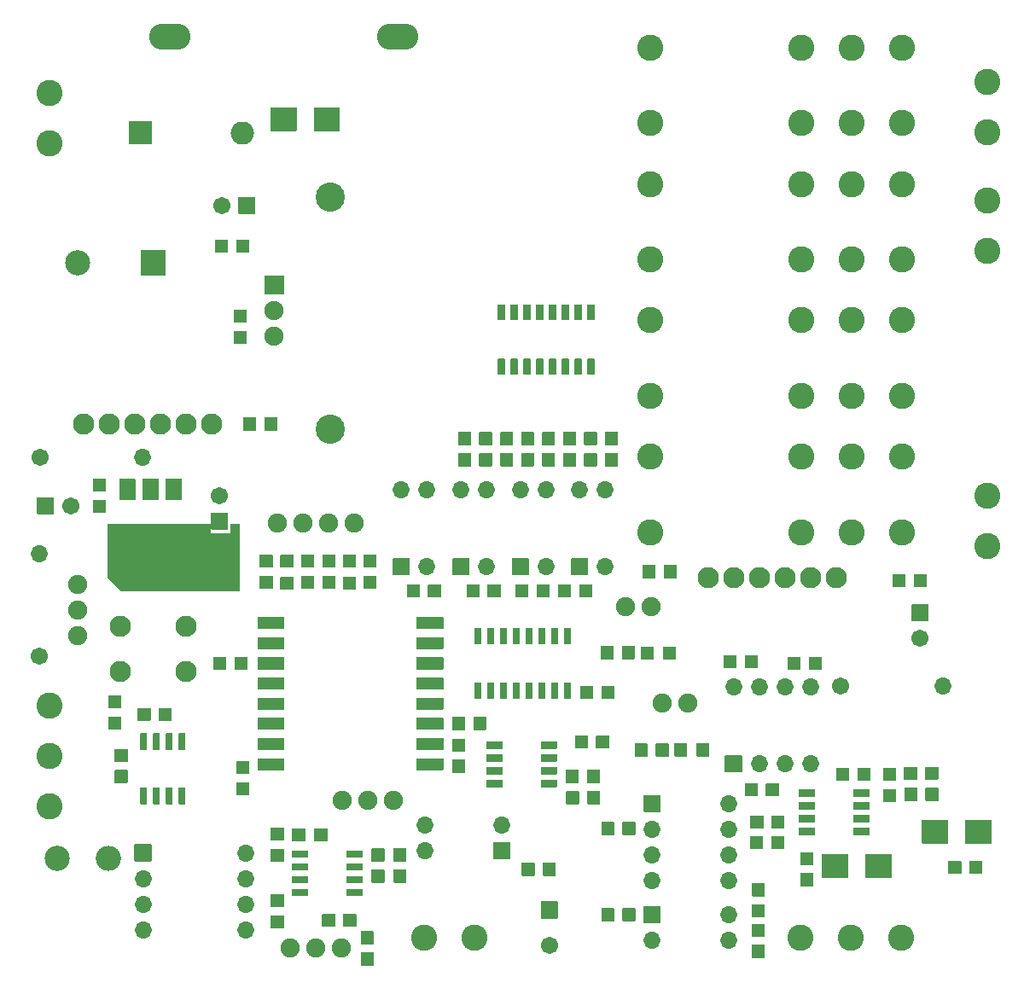
<source format=gbr>
%TF.GenerationSoftware,KiCad,Pcbnew,(5.1.10)-1*%
%TF.CreationDate,2022-03-13T22:52:12+08:00*%
%TF.ProjectId,interface,696e7465-7266-4616-9365-2e6b69636164,rev?*%
%TF.SameCoordinates,Original*%
%TF.FileFunction,Soldermask,Top*%
%TF.FilePolarity,Negative*%
%FSLAX46Y46*%
G04 Gerber Fmt 4.6, Leading zero omitted, Abs format (unit mm)*
G04 Created by KiCad (PCBNEW (5.1.10)-1) date 2022-03-13 22:52:12*
%MOMM*%
%LPD*%
G01*
G04 APERTURE LIST*
%ADD10C,0.100000*%
%ADD11C,2.102000*%
%ADD12C,2.902000*%
%ADD13O,1.702000X1.702000*%
%ADD14C,2.602000*%
%ADD15C,1.702000*%
%ADD16O,1.902000X1.902000*%
%ADD17C,2.502000*%
%ADD18O,2.502000X2.502000*%
%ADD19C,1.902000*%
%ADD20O,4.102000X2.602000*%
%ADD21O,2.302000X2.302000*%
G04 APERTURE END LIST*
D10*
G36*
X19390160Y43688880D02*
G01*
X21422160Y43688880D01*
X21422160Y44577880D01*
X22311160Y44577880D01*
X22311160Y37973880D01*
X10500160Y37973880D01*
X9230160Y39243880D01*
X9230160Y44577880D01*
X19390160Y44577880D01*
X19390160Y43688880D01*
G37*
X19390160Y43688880D02*
X21422160Y43688880D01*
X21422160Y44577880D01*
X22311160Y44577880D01*
X22311160Y37973880D01*
X10500160Y37973880D01*
X9230160Y39243880D01*
X9230160Y44577880D01*
X19390160Y44577880D01*
X19390160Y43688880D01*
G36*
X19390160Y43688880D02*
G01*
X21422160Y43688880D01*
X21422160Y44577880D01*
X22311160Y44577880D01*
X22311160Y37973880D01*
X10500160Y37973880D01*
X9230160Y39243880D01*
X9230160Y44577880D01*
X19390160Y44577880D01*
X19390160Y43688880D01*
G37*
X19390160Y43688880D02*
X21422160Y43688880D01*
X21422160Y44577880D01*
X22311160Y44577880D01*
X22311160Y37973880D01*
X10500160Y37973880D01*
X9230160Y39243880D01*
X9230160Y44577880D01*
X19390160Y44577880D01*
X19390160Y43688880D01*
D11*
%TO.C,U1*%
X9474000Y54496000D03*
X14554000Y54496000D03*
X6934000Y54496000D03*
X12014000Y54496000D03*
X17094000Y54496000D03*
X19634000Y54496000D03*
%TD*%
%TO.C,U3*%
X78998880Y39205200D03*
X73918880Y39205200D03*
X81538880Y39205200D03*
X76458880Y39205200D03*
X71378880Y39205200D03*
X68838880Y39205200D03*
%TD*%
D12*
%TO.C,Ref\u002A\u002A*%
X31362542Y53974194D03*
X31362542Y76974194D03*
%TD*%
%TO.C,U14*%
G36*
G01*
X13149560Y16756200D02*
X12549560Y16756200D01*
G75*
G02*
X12498560Y16807200I0J51000D01*
G01*
X12498560Y18357200D01*
G75*
G02*
X12549560Y18408200I51000J0D01*
G01*
X13149560Y18408200D01*
G75*
G02*
X13200560Y18357200I0J-51000D01*
G01*
X13200560Y16807200D01*
G75*
G02*
X13149560Y16756200I-51000J0D01*
G01*
G37*
G36*
G01*
X14419560Y16756200D02*
X13819560Y16756200D01*
G75*
G02*
X13768560Y16807200I0J51000D01*
G01*
X13768560Y18357200D01*
G75*
G02*
X13819560Y18408200I51000J0D01*
G01*
X14419560Y18408200D01*
G75*
G02*
X14470560Y18357200I0J-51000D01*
G01*
X14470560Y16807200D01*
G75*
G02*
X14419560Y16756200I-51000J0D01*
G01*
G37*
G36*
G01*
X15689560Y16756200D02*
X15089560Y16756200D01*
G75*
G02*
X15038560Y16807200I0J51000D01*
G01*
X15038560Y18357200D01*
G75*
G02*
X15089560Y18408200I51000J0D01*
G01*
X15689560Y18408200D01*
G75*
G02*
X15740560Y18357200I0J-51000D01*
G01*
X15740560Y16807200D01*
G75*
G02*
X15689560Y16756200I-51000J0D01*
G01*
G37*
G36*
G01*
X16959560Y16756200D02*
X16359560Y16756200D01*
G75*
G02*
X16308560Y16807200I0J51000D01*
G01*
X16308560Y18357200D01*
G75*
G02*
X16359560Y18408200I51000J0D01*
G01*
X16959560Y18408200D01*
G75*
G02*
X17010560Y18357200I0J-51000D01*
G01*
X17010560Y16807200D01*
G75*
G02*
X16959560Y16756200I-51000J0D01*
G01*
G37*
G36*
G01*
X16959560Y22156200D02*
X16359560Y22156200D01*
G75*
G02*
X16308560Y22207200I0J51000D01*
G01*
X16308560Y23757200D01*
G75*
G02*
X16359560Y23808200I51000J0D01*
G01*
X16959560Y23808200D01*
G75*
G02*
X17010560Y23757200I0J-51000D01*
G01*
X17010560Y22207200D01*
G75*
G02*
X16959560Y22156200I-51000J0D01*
G01*
G37*
G36*
G01*
X15689560Y22156200D02*
X15089560Y22156200D01*
G75*
G02*
X15038560Y22207200I0J51000D01*
G01*
X15038560Y23757200D01*
G75*
G02*
X15089560Y23808200I51000J0D01*
G01*
X15689560Y23808200D01*
G75*
G02*
X15740560Y23757200I0J-51000D01*
G01*
X15740560Y22207200D01*
G75*
G02*
X15689560Y22156200I-51000J0D01*
G01*
G37*
G36*
G01*
X14419560Y22156200D02*
X13819560Y22156200D01*
G75*
G02*
X13768560Y22207200I0J51000D01*
G01*
X13768560Y23757200D01*
G75*
G02*
X13819560Y23808200I51000J0D01*
G01*
X14419560Y23808200D01*
G75*
G02*
X14470560Y23757200I0J-51000D01*
G01*
X14470560Y22207200D01*
G75*
G02*
X14419560Y22156200I-51000J0D01*
G01*
G37*
G36*
G01*
X13149560Y22156200D02*
X12549560Y22156200D01*
G75*
G02*
X12498560Y22207200I0J51000D01*
G01*
X12498560Y23757200D01*
G75*
G02*
X12549560Y23808200I51000J0D01*
G01*
X13149560Y23808200D01*
G75*
G02*
X13200560Y23757200I0J-51000D01*
G01*
X13200560Y22207200D01*
G75*
G02*
X13149560Y22156200I-51000J0D01*
G01*
G37*
%TD*%
%TO.C,U15*%
G36*
G01*
X11935160Y11138880D02*
X11935160Y12738880D01*
G75*
G02*
X11986160Y12789880I51000J0D01*
G01*
X13586160Y12789880D01*
G75*
G02*
X13637160Y12738880I0J-51000D01*
G01*
X13637160Y11138880D01*
G75*
G02*
X13586160Y11087880I-51000J0D01*
G01*
X11986160Y11087880D01*
G75*
G02*
X11935160Y11138880I0J51000D01*
G01*
G37*
D13*
X22946160Y4318880D03*
X12786160Y9398880D03*
X22946160Y6858880D03*
X12786160Y6858880D03*
X22946160Y9398880D03*
X12786160Y4318880D03*
X22946160Y11938880D03*
%TD*%
%TO.C,R33*%
G36*
G01*
X74442681Y5513880D02*
X73242679Y5513880D01*
G75*
G02*
X73191680Y5564879I0J50999D01*
G01*
X73191680Y6764881D01*
G75*
G02*
X73242679Y6815880I50999J0D01*
G01*
X74442681Y6815880D01*
G75*
G02*
X74493680Y6764881I0J-50999D01*
G01*
X74493680Y5564879D01*
G75*
G02*
X74442681Y5513880I-50999J0D01*
G01*
G37*
G36*
G01*
X74442681Y7613880D02*
X73242679Y7613880D01*
G75*
G02*
X73191680Y7664879I0J50999D01*
G01*
X73191680Y8864881D01*
G75*
G02*
X73242679Y8915880I50999J0D01*
G01*
X74442681Y8915880D01*
G75*
G02*
X74493680Y8864881I0J-50999D01*
G01*
X74493680Y7664879D01*
G75*
G02*
X74442681Y7613880I-50999J0D01*
G01*
G37*
%TD*%
%TO.C,R46*%
G36*
G01*
X74442681Y1508880D02*
X73242679Y1508880D01*
G75*
G02*
X73191680Y1559879I0J50999D01*
G01*
X73191680Y2759881D01*
G75*
G02*
X73242679Y2810880I50999J0D01*
G01*
X74442681Y2810880D01*
G75*
G02*
X74493680Y2759881I0J-50999D01*
G01*
X74493680Y1559879D01*
G75*
G02*
X74442681Y1508880I-50999J0D01*
G01*
G37*
G36*
G01*
X74442681Y3608880D02*
X73242679Y3608880D01*
G75*
G02*
X73191680Y3659879I0J50999D01*
G01*
X73191680Y4859881D01*
G75*
G02*
X73242679Y4910880I50999J0D01*
G01*
X74442681Y4910880D01*
G75*
G02*
X74493680Y4859881I0J-50999D01*
G01*
X74493680Y3659879D01*
G75*
G02*
X74442681Y3608880I-50999J0D01*
G01*
G37*
%TD*%
%TO.C,F3*%
G36*
G01*
X92681680Y9882879D02*
X92681680Y11082881D01*
G75*
G02*
X92732679Y11133880I50999J0D01*
G01*
X93932681Y11133880D01*
G75*
G02*
X93983680Y11082881I0J-50999D01*
G01*
X93983680Y9882879D01*
G75*
G02*
X93932681Y9831880I-50999J0D01*
G01*
X92732679Y9831880D01*
G75*
G02*
X92681680Y9882879I0J50999D01*
G01*
G37*
G36*
G01*
X94781680Y9882879D02*
X94781680Y11082881D01*
G75*
G02*
X94832679Y11133880I50999J0D01*
G01*
X96032681Y11133880D01*
G75*
G02*
X96083680Y11082881I0J-50999D01*
G01*
X96083680Y9882879D01*
G75*
G02*
X96032681Y9831880I-50999J0D01*
G01*
X94832679Y9831880D01*
G75*
G02*
X94781680Y9882879I0J50999D01*
G01*
G37*
%TD*%
%TO.C,F2*%
G36*
G01*
X79268681Y8620880D02*
X78068679Y8620880D01*
G75*
G02*
X78017680Y8671879I0J50999D01*
G01*
X78017680Y9871881D01*
G75*
G02*
X78068679Y9922880I50999J0D01*
G01*
X79268681Y9922880D01*
G75*
G02*
X79319680Y9871881I0J-50999D01*
G01*
X79319680Y8671879D01*
G75*
G02*
X79268681Y8620880I-50999J0D01*
G01*
G37*
G36*
G01*
X79268681Y10720880D02*
X78068679Y10720880D01*
G75*
G02*
X78017680Y10771879I0J50999D01*
G01*
X78017680Y11971881D01*
G75*
G02*
X78068679Y12022880I50999J0D01*
G01*
X79268681Y12022880D01*
G75*
G02*
X79319680Y11971881I0J-50999D01*
G01*
X79319680Y10771879D01*
G75*
G02*
X79268681Y10720880I-50999J0D01*
G01*
G37*
%TD*%
%TO.C,R45*%
G36*
G01*
X46862000Y25378001D02*
X46862000Y24177999D01*
G75*
G02*
X46811001Y24127000I-50999J0D01*
G01*
X45610999Y24127000D01*
G75*
G02*
X45560000Y24177999I0J50999D01*
G01*
X45560000Y25378001D01*
G75*
G02*
X45610999Y25429000I50999J0D01*
G01*
X46811001Y25429000D01*
G75*
G02*
X46862000Y25378001I0J-50999D01*
G01*
G37*
G36*
G01*
X44762000Y25378001D02*
X44762000Y24177999D01*
G75*
G02*
X44711001Y24127000I-50999J0D01*
G01*
X43510999Y24127000D01*
G75*
G02*
X43460000Y24177999I0J50999D01*
G01*
X43460000Y25378001D01*
G75*
G02*
X43510999Y25429000I50999J0D01*
G01*
X44711001Y25429000D01*
G75*
G02*
X44762000Y25378001I0J-50999D01*
G01*
G37*
%TD*%
%TO.C,U9*%
G36*
G01*
X51022372Y39456560D02*
X49422372Y39456560D01*
G75*
G02*
X49371372Y39507560I0J51000D01*
G01*
X49371372Y41107560D01*
G75*
G02*
X49422372Y41158560I51000J0D01*
G01*
X51022372Y41158560D01*
G75*
G02*
X51073372Y41107560I0J-51000D01*
G01*
X51073372Y39507560D01*
G75*
G02*
X51022372Y39456560I-51000J0D01*
G01*
G37*
X52762372Y47927560D03*
X52762372Y40307560D03*
X50222372Y47927560D03*
%TD*%
%TO.C,D9*%
G36*
G01*
X90067680Y12888880D02*
X90067680Y15188880D01*
G75*
G02*
X90118680Y15239880I51000J0D01*
G01*
X92618680Y15239880D01*
G75*
G02*
X92669680Y15188880I0J-51000D01*
G01*
X92669680Y12888880D01*
G75*
G02*
X92618680Y12837880I-51000J0D01*
G01*
X90118680Y12837880D01*
G75*
G02*
X90067680Y12888880I0J51000D01*
G01*
G37*
G36*
G01*
X94367680Y12888880D02*
X94367680Y15188880D01*
G75*
G02*
X94418680Y15239880I51000J0D01*
G01*
X96918680Y15239880D01*
G75*
G02*
X96969680Y15188880I0J-51000D01*
G01*
X96969680Y12888880D01*
G75*
G02*
X96918680Y12837880I-51000J0D01*
G01*
X94418680Y12837880D01*
G75*
G02*
X94367680Y12888880I0J51000D01*
G01*
G37*
%TD*%
%TO.C,C20*%
G36*
G01*
X73047480Y14404079D02*
X73047480Y15604081D01*
G75*
G02*
X73098479Y15655080I50999J0D01*
G01*
X74298481Y15655080D01*
G75*
G02*
X74349480Y15604081I0J-50999D01*
G01*
X74349480Y14404079D01*
G75*
G02*
X74298481Y14353080I-50999J0D01*
G01*
X73098479Y14353080D01*
G75*
G02*
X73047480Y14404079I0J50999D01*
G01*
G37*
G36*
G01*
X75147480Y14404079D02*
X75147480Y15604081D01*
G75*
G02*
X75198479Y15655080I50999J0D01*
G01*
X76398481Y15655080D01*
G75*
G02*
X76449480Y15604081I0J-50999D01*
G01*
X76449480Y14404079D01*
G75*
G02*
X76398481Y14353080I-50999J0D01*
G01*
X75198479Y14353080D01*
G75*
G02*
X75147480Y14404079I0J50999D01*
G01*
G37*
%TD*%
%TO.C,U19*%
G36*
G01*
X77840160Y17564120D02*
X77840160Y18164120D01*
G75*
G02*
X77891160Y18215120I51000J0D01*
G01*
X79441160Y18215120D01*
G75*
G02*
X79492160Y18164120I0J-51000D01*
G01*
X79492160Y17564120D01*
G75*
G02*
X79441160Y17513120I-51000J0D01*
G01*
X77891160Y17513120D01*
G75*
G02*
X77840160Y17564120I0J51000D01*
G01*
G37*
G36*
G01*
X77840160Y16294120D02*
X77840160Y16894120D01*
G75*
G02*
X77891160Y16945120I51000J0D01*
G01*
X79441160Y16945120D01*
G75*
G02*
X79492160Y16894120I0J-51000D01*
G01*
X79492160Y16294120D01*
G75*
G02*
X79441160Y16243120I-51000J0D01*
G01*
X77891160Y16243120D01*
G75*
G02*
X77840160Y16294120I0J51000D01*
G01*
G37*
G36*
G01*
X77840160Y15024120D02*
X77840160Y15624120D01*
G75*
G02*
X77891160Y15675120I51000J0D01*
G01*
X79441160Y15675120D01*
G75*
G02*
X79492160Y15624120I0J-51000D01*
G01*
X79492160Y15024120D01*
G75*
G02*
X79441160Y14973120I-51000J0D01*
G01*
X77891160Y14973120D01*
G75*
G02*
X77840160Y15024120I0J51000D01*
G01*
G37*
G36*
G01*
X77840160Y13754120D02*
X77840160Y14354120D01*
G75*
G02*
X77891160Y14405120I51000J0D01*
G01*
X79441160Y14405120D01*
G75*
G02*
X79492160Y14354120I0J-51000D01*
G01*
X79492160Y13754120D01*
G75*
G02*
X79441160Y13703120I-51000J0D01*
G01*
X77891160Y13703120D01*
G75*
G02*
X77840160Y13754120I0J51000D01*
G01*
G37*
G36*
G01*
X83240160Y13754120D02*
X83240160Y14354120D01*
G75*
G02*
X83291160Y14405120I51000J0D01*
G01*
X84841160Y14405120D01*
G75*
G02*
X84892160Y14354120I0J-51000D01*
G01*
X84892160Y13754120D01*
G75*
G02*
X84841160Y13703120I-51000J0D01*
G01*
X83291160Y13703120D01*
G75*
G02*
X83240160Y13754120I0J51000D01*
G01*
G37*
G36*
G01*
X83240160Y15024120D02*
X83240160Y15624120D01*
G75*
G02*
X83291160Y15675120I51000J0D01*
G01*
X84841160Y15675120D01*
G75*
G02*
X84892160Y15624120I0J-51000D01*
G01*
X84892160Y15024120D01*
G75*
G02*
X84841160Y14973120I-51000J0D01*
G01*
X83291160Y14973120D01*
G75*
G02*
X83240160Y15024120I0J51000D01*
G01*
G37*
G36*
G01*
X83240160Y16294120D02*
X83240160Y16894120D01*
G75*
G02*
X83291160Y16945120I51000J0D01*
G01*
X84841160Y16945120D01*
G75*
G02*
X84892160Y16894120I0J-51000D01*
G01*
X84892160Y16294120D01*
G75*
G02*
X84841160Y16243120I-51000J0D01*
G01*
X83291160Y16243120D01*
G75*
G02*
X83240160Y16294120I0J51000D01*
G01*
G37*
G36*
G01*
X83240160Y17564120D02*
X83240160Y18164120D01*
G75*
G02*
X83291160Y18215120I51000J0D01*
G01*
X84841160Y18215120D01*
G75*
G02*
X84892160Y18164120I0J-51000D01*
G01*
X84892160Y17564120D01*
G75*
G02*
X84841160Y17513120I-51000J0D01*
G01*
X83291160Y17513120D01*
G75*
G02*
X83240160Y17564120I0J51000D01*
G01*
G37*
%TD*%
D14*
%TO.C,K4*%
X88103560Y43760040D03*
X83103560Y43760040D03*
X78103560Y43760040D03*
X88103560Y51260040D03*
X83103560Y51260040D03*
X78103560Y51260040D03*
X63103560Y43760040D03*
X63103560Y51260040D03*
%TD*%
D15*
%TO.C,R30*%
X2519480Y31427720D03*
D13*
X2519480Y41587720D03*
%TD*%
%TO.C,D8*%
G36*
G01*
X80161680Y9459880D02*
X80161680Y11759880D01*
G75*
G02*
X80212680Y11810880I51000J0D01*
G01*
X82712680Y11810880D01*
G75*
G02*
X82763680Y11759880I0J-51000D01*
G01*
X82763680Y9459880D01*
G75*
G02*
X82712680Y9408880I-51000J0D01*
G01*
X80212680Y9408880D01*
G75*
G02*
X80161680Y9459880I0J51000D01*
G01*
G37*
G36*
G01*
X84461680Y9459880D02*
X84461680Y11759880D01*
G75*
G02*
X84512680Y11810880I51000J0D01*
G01*
X87012680Y11810880D01*
G75*
G02*
X87063680Y11759880I0J-51000D01*
G01*
X87063680Y9459880D01*
G75*
G02*
X87012680Y9408880I-51000J0D01*
G01*
X84512680Y9408880D01*
G75*
G02*
X84461680Y9459880I0J51000D01*
G01*
G37*
%TD*%
%TO.C,D2*%
G36*
G01*
X25421000Y83572000D02*
X25421000Y85872000D01*
G75*
G02*
X25472000Y85923000I51000J0D01*
G01*
X27972000Y85923000D01*
G75*
G02*
X28023000Y85872000I0J-51000D01*
G01*
X28023000Y83572000D01*
G75*
G02*
X27972000Y83521000I-51000J0D01*
G01*
X25472000Y83521000D01*
G75*
G02*
X25421000Y83572000I0J51000D01*
G01*
G37*
G36*
G01*
X29721000Y83572000D02*
X29721000Y85872000D01*
G75*
G02*
X29772000Y85923000I51000J0D01*
G01*
X32272000Y85923000D01*
G75*
G02*
X32323000Y85872000I0J-51000D01*
G01*
X32323000Y83572000D01*
G75*
G02*
X32272000Y83521000I-51000J0D01*
G01*
X29772000Y83521000D01*
G75*
G02*
X29721000Y83572000I0J51000D01*
G01*
G37*
%TD*%
%TO.C,U20*%
G36*
G01*
X62465920Y16032880D02*
X62465920Y17632880D01*
G75*
G02*
X62516920Y17683880I51000J0D01*
G01*
X64116920Y17683880D01*
G75*
G02*
X64167920Y17632880I0J-51000D01*
G01*
X64167920Y16032880D01*
G75*
G02*
X64116920Y15981880I-51000J0D01*
G01*
X62516920Y15981880D01*
G75*
G02*
X62465920Y16032880I0J51000D01*
G01*
G37*
X70936920Y9212880D03*
X63316920Y14292880D03*
X70936920Y11752880D03*
X63316920Y11752880D03*
X70936920Y14292880D03*
X63316920Y9212880D03*
X70936920Y16832880D03*
%TD*%
%TO.C,U18*%
G36*
G01*
X72173800Y19898560D02*
X70573800Y19898560D01*
G75*
G02*
X70522800Y19949560I0J51000D01*
G01*
X70522800Y21549560D01*
G75*
G02*
X70573800Y21600560I51000J0D01*
G01*
X72173800Y21600560D01*
G75*
G02*
X72224800Y21549560I0J-51000D01*
G01*
X72224800Y19949560D01*
G75*
G02*
X72173800Y19898560I-51000J0D01*
G01*
G37*
X78993800Y28369560D03*
X73913800Y20749560D03*
X76453800Y28369560D03*
X76453800Y20749560D03*
X73913800Y28369560D03*
X78993800Y20749560D03*
X71373800Y28369560D03*
%TD*%
%TO.C,U17*%
G36*
G01*
X27543080Y11488440D02*
X27543080Y12088440D01*
G75*
G02*
X27594080Y12139440I51000J0D01*
G01*
X29144080Y12139440D01*
G75*
G02*
X29195080Y12088440I0J-51000D01*
G01*
X29195080Y11488440D01*
G75*
G02*
X29144080Y11437440I-51000J0D01*
G01*
X27594080Y11437440D01*
G75*
G02*
X27543080Y11488440I0J51000D01*
G01*
G37*
G36*
G01*
X27543080Y10218440D02*
X27543080Y10818440D01*
G75*
G02*
X27594080Y10869440I51000J0D01*
G01*
X29144080Y10869440D01*
G75*
G02*
X29195080Y10818440I0J-51000D01*
G01*
X29195080Y10218440D01*
G75*
G02*
X29144080Y10167440I-51000J0D01*
G01*
X27594080Y10167440D01*
G75*
G02*
X27543080Y10218440I0J51000D01*
G01*
G37*
G36*
G01*
X27543080Y8948440D02*
X27543080Y9548440D01*
G75*
G02*
X27594080Y9599440I51000J0D01*
G01*
X29144080Y9599440D01*
G75*
G02*
X29195080Y9548440I0J-51000D01*
G01*
X29195080Y8948440D01*
G75*
G02*
X29144080Y8897440I-51000J0D01*
G01*
X27594080Y8897440D01*
G75*
G02*
X27543080Y8948440I0J51000D01*
G01*
G37*
G36*
G01*
X27543080Y7678440D02*
X27543080Y8278440D01*
G75*
G02*
X27594080Y8329440I51000J0D01*
G01*
X29144080Y8329440D01*
G75*
G02*
X29195080Y8278440I0J-51000D01*
G01*
X29195080Y7678440D01*
G75*
G02*
X29144080Y7627440I-51000J0D01*
G01*
X27594080Y7627440D01*
G75*
G02*
X27543080Y7678440I0J51000D01*
G01*
G37*
G36*
G01*
X32943080Y7678440D02*
X32943080Y8278440D01*
G75*
G02*
X32994080Y8329440I51000J0D01*
G01*
X34544080Y8329440D01*
G75*
G02*
X34595080Y8278440I0J-51000D01*
G01*
X34595080Y7678440D01*
G75*
G02*
X34544080Y7627440I-51000J0D01*
G01*
X32994080Y7627440D01*
G75*
G02*
X32943080Y7678440I0J51000D01*
G01*
G37*
G36*
G01*
X32943080Y8948440D02*
X32943080Y9548440D01*
G75*
G02*
X32994080Y9599440I51000J0D01*
G01*
X34544080Y9599440D01*
G75*
G02*
X34595080Y9548440I0J-51000D01*
G01*
X34595080Y8948440D01*
G75*
G02*
X34544080Y8897440I-51000J0D01*
G01*
X32994080Y8897440D01*
G75*
G02*
X32943080Y8948440I0J51000D01*
G01*
G37*
G36*
G01*
X32943080Y10218440D02*
X32943080Y10818440D01*
G75*
G02*
X32994080Y10869440I51000J0D01*
G01*
X34544080Y10869440D01*
G75*
G02*
X34595080Y10818440I0J-51000D01*
G01*
X34595080Y10218440D01*
G75*
G02*
X34544080Y10167440I-51000J0D01*
G01*
X32994080Y10167440D01*
G75*
G02*
X32943080Y10218440I0J51000D01*
G01*
G37*
G36*
G01*
X32943080Y11488440D02*
X32943080Y12088440D01*
G75*
G02*
X32994080Y12139440I51000J0D01*
G01*
X34544080Y12139440D01*
G75*
G02*
X34595080Y12088440I0J-51000D01*
G01*
X34595080Y11488440D01*
G75*
G02*
X34544080Y11437440I-51000J0D01*
G01*
X32994080Y11437440D01*
G75*
G02*
X32943080Y11488440I0J51000D01*
G01*
G37*
%TD*%
%TO.C,U16*%
G36*
G01*
X62465920Y5004200D02*
X62465920Y6604200D01*
G75*
G02*
X62516920Y6655200I51000J0D01*
G01*
X64116920Y6655200D01*
G75*
G02*
X64167920Y6604200I0J-51000D01*
G01*
X64167920Y5004200D01*
G75*
G02*
X64116920Y4953200I-51000J0D01*
G01*
X62516920Y4953200D01*
G75*
G02*
X62465920Y5004200I0J51000D01*
G01*
G37*
X70936920Y3264200D03*
X63316920Y3264200D03*
X70936920Y5804200D03*
%TD*%
%TO.C,U13*%
G36*
G01*
X46842000Y22319000D02*
X46842000Y22919000D01*
G75*
G02*
X46893000Y22970000I51000J0D01*
G01*
X48443000Y22970000D01*
G75*
G02*
X48494000Y22919000I0J-51000D01*
G01*
X48494000Y22319000D01*
G75*
G02*
X48443000Y22268000I-51000J0D01*
G01*
X46893000Y22268000D01*
G75*
G02*
X46842000Y22319000I0J51000D01*
G01*
G37*
G36*
G01*
X46842000Y21049000D02*
X46842000Y21649000D01*
G75*
G02*
X46893000Y21700000I51000J0D01*
G01*
X48443000Y21700000D01*
G75*
G02*
X48494000Y21649000I0J-51000D01*
G01*
X48494000Y21049000D01*
G75*
G02*
X48443000Y20998000I-51000J0D01*
G01*
X46893000Y20998000D01*
G75*
G02*
X46842000Y21049000I0J51000D01*
G01*
G37*
G36*
G01*
X46842000Y19779000D02*
X46842000Y20379000D01*
G75*
G02*
X46893000Y20430000I51000J0D01*
G01*
X48443000Y20430000D01*
G75*
G02*
X48494000Y20379000I0J-51000D01*
G01*
X48494000Y19779000D01*
G75*
G02*
X48443000Y19728000I-51000J0D01*
G01*
X46893000Y19728000D01*
G75*
G02*
X46842000Y19779000I0J51000D01*
G01*
G37*
G36*
G01*
X46842000Y18509000D02*
X46842000Y19109000D01*
G75*
G02*
X46893000Y19160000I51000J0D01*
G01*
X48443000Y19160000D01*
G75*
G02*
X48494000Y19109000I0J-51000D01*
G01*
X48494000Y18509000D01*
G75*
G02*
X48443000Y18458000I-51000J0D01*
G01*
X46893000Y18458000D01*
G75*
G02*
X46842000Y18509000I0J51000D01*
G01*
G37*
G36*
G01*
X52242000Y18509000D02*
X52242000Y19109000D01*
G75*
G02*
X52293000Y19160000I51000J0D01*
G01*
X53843000Y19160000D01*
G75*
G02*
X53894000Y19109000I0J-51000D01*
G01*
X53894000Y18509000D01*
G75*
G02*
X53843000Y18458000I-51000J0D01*
G01*
X52293000Y18458000D01*
G75*
G02*
X52242000Y18509000I0J51000D01*
G01*
G37*
G36*
G01*
X52242000Y19779000D02*
X52242000Y20379000D01*
G75*
G02*
X52293000Y20430000I51000J0D01*
G01*
X53843000Y20430000D01*
G75*
G02*
X53894000Y20379000I0J-51000D01*
G01*
X53894000Y19779000D01*
G75*
G02*
X53843000Y19728000I-51000J0D01*
G01*
X52293000Y19728000D01*
G75*
G02*
X52242000Y19779000I0J51000D01*
G01*
G37*
G36*
G01*
X52242000Y21049000D02*
X52242000Y21649000D01*
G75*
G02*
X52293000Y21700000I51000J0D01*
G01*
X53843000Y21700000D01*
G75*
G02*
X53894000Y21649000I0J-51000D01*
G01*
X53894000Y21049000D01*
G75*
G02*
X53843000Y20998000I-51000J0D01*
G01*
X52293000Y20998000D01*
G75*
G02*
X52242000Y21049000I0J51000D01*
G01*
G37*
G36*
G01*
X52242000Y22319000D02*
X52242000Y22919000D01*
G75*
G02*
X52293000Y22970000I51000J0D01*
G01*
X53843000Y22970000D01*
G75*
G02*
X53894000Y22919000I0J-51000D01*
G01*
X53894000Y22319000D01*
G75*
G02*
X53843000Y22268000I-51000J0D01*
G01*
X52293000Y22268000D01*
G75*
G02*
X52242000Y22319000I0J51000D01*
G01*
G37*
%TD*%
%TO.C,U12*%
G36*
G01*
X24185160Y21335560D02*
X26785160Y21335560D01*
G75*
G02*
X26836160Y21284560I0J-51000D01*
G01*
X26836160Y20184560D01*
G75*
G02*
X26785160Y20133560I-51000J0D01*
G01*
X24185160Y20133560D01*
G75*
G02*
X24134160Y20184560I0J51000D01*
G01*
X24134160Y21284560D01*
G75*
G02*
X24185160Y21335560I51000J0D01*
G01*
G37*
G36*
G01*
X39935160Y21335560D02*
X42535160Y21335560D01*
G75*
G02*
X42586160Y21284560I0J-51000D01*
G01*
X42586160Y20184560D01*
G75*
G02*
X42535160Y20133560I-51000J0D01*
G01*
X39935160Y20133560D01*
G75*
G02*
X39884160Y20184560I0J51000D01*
G01*
X39884160Y21284560D01*
G75*
G02*
X39935160Y21335560I51000J0D01*
G01*
G37*
G36*
G01*
X24185160Y23335560D02*
X26785160Y23335560D01*
G75*
G02*
X26836160Y23284560I0J-51000D01*
G01*
X26836160Y22184560D01*
G75*
G02*
X26785160Y22133560I-51000J0D01*
G01*
X24185160Y22133560D01*
G75*
G02*
X24134160Y22184560I0J51000D01*
G01*
X24134160Y23284560D01*
G75*
G02*
X24185160Y23335560I51000J0D01*
G01*
G37*
G36*
G01*
X39935160Y23335560D02*
X42535160Y23335560D01*
G75*
G02*
X42586160Y23284560I0J-51000D01*
G01*
X42586160Y22184560D01*
G75*
G02*
X42535160Y22133560I-51000J0D01*
G01*
X39935160Y22133560D01*
G75*
G02*
X39884160Y22184560I0J51000D01*
G01*
X39884160Y23284560D01*
G75*
G02*
X39935160Y23335560I51000J0D01*
G01*
G37*
G36*
G01*
X24185160Y25335560D02*
X26785160Y25335560D01*
G75*
G02*
X26836160Y25284560I0J-51000D01*
G01*
X26836160Y24184560D01*
G75*
G02*
X26785160Y24133560I-51000J0D01*
G01*
X24185160Y24133560D01*
G75*
G02*
X24134160Y24184560I0J51000D01*
G01*
X24134160Y25284560D01*
G75*
G02*
X24185160Y25335560I51000J0D01*
G01*
G37*
G36*
G01*
X39935160Y25335560D02*
X42535160Y25335560D01*
G75*
G02*
X42586160Y25284560I0J-51000D01*
G01*
X42586160Y24184560D01*
G75*
G02*
X42535160Y24133560I-51000J0D01*
G01*
X39935160Y24133560D01*
G75*
G02*
X39884160Y24184560I0J51000D01*
G01*
X39884160Y25284560D01*
G75*
G02*
X39935160Y25335560I51000J0D01*
G01*
G37*
G36*
G01*
X24185160Y27335560D02*
X26785160Y27335560D01*
G75*
G02*
X26836160Y27284560I0J-51000D01*
G01*
X26836160Y26184560D01*
G75*
G02*
X26785160Y26133560I-51000J0D01*
G01*
X24185160Y26133560D01*
G75*
G02*
X24134160Y26184560I0J51000D01*
G01*
X24134160Y27284560D01*
G75*
G02*
X24185160Y27335560I51000J0D01*
G01*
G37*
G36*
G01*
X39935160Y27335560D02*
X42535160Y27335560D01*
G75*
G02*
X42586160Y27284560I0J-51000D01*
G01*
X42586160Y26184560D01*
G75*
G02*
X42535160Y26133560I-51000J0D01*
G01*
X39935160Y26133560D01*
G75*
G02*
X39884160Y26184560I0J51000D01*
G01*
X39884160Y27284560D01*
G75*
G02*
X39935160Y27335560I51000J0D01*
G01*
G37*
G36*
G01*
X24185160Y29335560D02*
X26785160Y29335560D01*
G75*
G02*
X26836160Y29284560I0J-51000D01*
G01*
X26836160Y28184560D01*
G75*
G02*
X26785160Y28133560I-51000J0D01*
G01*
X24185160Y28133560D01*
G75*
G02*
X24134160Y28184560I0J51000D01*
G01*
X24134160Y29284560D01*
G75*
G02*
X24185160Y29335560I51000J0D01*
G01*
G37*
G36*
G01*
X39935160Y29335560D02*
X42535160Y29335560D01*
G75*
G02*
X42586160Y29284560I0J-51000D01*
G01*
X42586160Y28184560D01*
G75*
G02*
X42535160Y28133560I-51000J0D01*
G01*
X39935160Y28133560D01*
G75*
G02*
X39884160Y28184560I0J51000D01*
G01*
X39884160Y29284560D01*
G75*
G02*
X39935160Y29335560I51000J0D01*
G01*
G37*
G36*
G01*
X24185160Y31335560D02*
X26785160Y31335560D01*
G75*
G02*
X26836160Y31284560I0J-51000D01*
G01*
X26836160Y30184560D01*
G75*
G02*
X26785160Y30133560I-51000J0D01*
G01*
X24185160Y30133560D01*
G75*
G02*
X24134160Y30184560I0J51000D01*
G01*
X24134160Y31284560D01*
G75*
G02*
X24185160Y31335560I51000J0D01*
G01*
G37*
G36*
G01*
X39935160Y31335560D02*
X42535160Y31335560D01*
G75*
G02*
X42586160Y31284560I0J-51000D01*
G01*
X42586160Y30184560D01*
G75*
G02*
X42535160Y30133560I-51000J0D01*
G01*
X39935160Y30133560D01*
G75*
G02*
X39884160Y30184560I0J51000D01*
G01*
X39884160Y31284560D01*
G75*
G02*
X39935160Y31335560I51000J0D01*
G01*
G37*
G36*
G01*
X24185160Y33335560D02*
X26785160Y33335560D01*
G75*
G02*
X26836160Y33284560I0J-51000D01*
G01*
X26836160Y32184560D01*
G75*
G02*
X26785160Y32133560I-51000J0D01*
G01*
X24185160Y32133560D01*
G75*
G02*
X24134160Y32184560I0J51000D01*
G01*
X24134160Y33284560D01*
G75*
G02*
X24185160Y33335560I51000J0D01*
G01*
G37*
G36*
G01*
X39935160Y33335560D02*
X42535160Y33335560D01*
G75*
G02*
X42586160Y33284560I0J-51000D01*
G01*
X42586160Y32184560D01*
G75*
G02*
X42535160Y32133560I-51000J0D01*
G01*
X39935160Y32133560D01*
G75*
G02*
X39884160Y32184560I0J51000D01*
G01*
X39884160Y33284560D01*
G75*
G02*
X39935160Y33335560I51000J0D01*
G01*
G37*
G36*
G01*
X24185160Y35335560D02*
X26785160Y35335560D01*
G75*
G02*
X26836160Y35284560I0J-51000D01*
G01*
X26836160Y34184560D01*
G75*
G02*
X26785160Y34133560I-51000J0D01*
G01*
X24185160Y34133560D01*
G75*
G02*
X24134160Y34184560I0J51000D01*
G01*
X24134160Y35284560D01*
G75*
G02*
X24185160Y35335560I51000J0D01*
G01*
G37*
G36*
G01*
X39935160Y35335560D02*
X42535160Y35335560D01*
G75*
G02*
X42586160Y35284560I0J-51000D01*
G01*
X42586160Y34184560D01*
G75*
G02*
X42535160Y34133560I-51000J0D01*
G01*
X39935160Y34133560D01*
G75*
G02*
X39884160Y34184560I0J51000D01*
G01*
X39884160Y35284560D01*
G75*
G02*
X39935160Y35335560I51000J0D01*
G01*
G37*
%TD*%
%TO.C,U11*%
G36*
G01*
X54595000Y34251000D02*
X55195000Y34251000D01*
G75*
G02*
X55246000Y34200000I0J-51000D01*
G01*
X55246000Y32700000D01*
G75*
G02*
X55195000Y32649000I-51000J0D01*
G01*
X54595000Y32649000D01*
G75*
G02*
X54544000Y32700000I0J51000D01*
G01*
X54544000Y34200000D01*
G75*
G02*
X54595000Y34251000I51000J0D01*
G01*
G37*
G36*
G01*
X53325000Y34251000D02*
X53925000Y34251000D01*
G75*
G02*
X53976000Y34200000I0J-51000D01*
G01*
X53976000Y32700000D01*
G75*
G02*
X53925000Y32649000I-51000J0D01*
G01*
X53325000Y32649000D01*
G75*
G02*
X53274000Y32700000I0J51000D01*
G01*
X53274000Y34200000D01*
G75*
G02*
X53325000Y34251000I51000J0D01*
G01*
G37*
G36*
G01*
X52055000Y34251000D02*
X52655000Y34251000D01*
G75*
G02*
X52706000Y34200000I0J-51000D01*
G01*
X52706000Y32700000D01*
G75*
G02*
X52655000Y32649000I-51000J0D01*
G01*
X52055000Y32649000D01*
G75*
G02*
X52004000Y32700000I0J51000D01*
G01*
X52004000Y34200000D01*
G75*
G02*
X52055000Y34251000I51000J0D01*
G01*
G37*
G36*
G01*
X50785000Y34251000D02*
X51385000Y34251000D01*
G75*
G02*
X51436000Y34200000I0J-51000D01*
G01*
X51436000Y32700000D01*
G75*
G02*
X51385000Y32649000I-51000J0D01*
G01*
X50785000Y32649000D01*
G75*
G02*
X50734000Y32700000I0J51000D01*
G01*
X50734000Y34200000D01*
G75*
G02*
X50785000Y34251000I51000J0D01*
G01*
G37*
G36*
G01*
X49515000Y34251000D02*
X50115000Y34251000D01*
G75*
G02*
X50166000Y34200000I0J-51000D01*
G01*
X50166000Y32700000D01*
G75*
G02*
X50115000Y32649000I-51000J0D01*
G01*
X49515000Y32649000D01*
G75*
G02*
X49464000Y32700000I0J51000D01*
G01*
X49464000Y34200000D01*
G75*
G02*
X49515000Y34251000I51000J0D01*
G01*
G37*
G36*
G01*
X48245000Y34251000D02*
X48845000Y34251000D01*
G75*
G02*
X48896000Y34200000I0J-51000D01*
G01*
X48896000Y32700000D01*
G75*
G02*
X48845000Y32649000I-51000J0D01*
G01*
X48245000Y32649000D01*
G75*
G02*
X48194000Y32700000I0J51000D01*
G01*
X48194000Y34200000D01*
G75*
G02*
X48245000Y34251000I51000J0D01*
G01*
G37*
G36*
G01*
X46975000Y34251000D02*
X47575000Y34251000D01*
G75*
G02*
X47626000Y34200000I0J-51000D01*
G01*
X47626000Y32700000D01*
G75*
G02*
X47575000Y32649000I-51000J0D01*
G01*
X46975000Y32649000D01*
G75*
G02*
X46924000Y32700000I0J51000D01*
G01*
X46924000Y34200000D01*
G75*
G02*
X46975000Y34251000I51000J0D01*
G01*
G37*
G36*
G01*
X45705000Y34251000D02*
X46305000Y34251000D01*
G75*
G02*
X46356000Y34200000I0J-51000D01*
G01*
X46356000Y32700000D01*
G75*
G02*
X46305000Y32649000I-51000J0D01*
G01*
X45705000Y32649000D01*
G75*
G02*
X45654000Y32700000I0J51000D01*
G01*
X45654000Y34200000D01*
G75*
G02*
X45705000Y34251000I51000J0D01*
G01*
G37*
G36*
G01*
X45705000Y28851000D02*
X46305000Y28851000D01*
G75*
G02*
X46356000Y28800000I0J-51000D01*
G01*
X46356000Y27300000D01*
G75*
G02*
X46305000Y27249000I-51000J0D01*
G01*
X45705000Y27249000D01*
G75*
G02*
X45654000Y27300000I0J51000D01*
G01*
X45654000Y28800000D01*
G75*
G02*
X45705000Y28851000I51000J0D01*
G01*
G37*
G36*
G01*
X46975000Y28851000D02*
X47575000Y28851000D01*
G75*
G02*
X47626000Y28800000I0J-51000D01*
G01*
X47626000Y27300000D01*
G75*
G02*
X47575000Y27249000I-51000J0D01*
G01*
X46975000Y27249000D01*
G75*
G02*
X46924000Y27300000I0J51000D01*
G01*
X46924000Y28800000D01*
G75*
G02*
X46975000Y28851000I51000J0D01*
G01*
G37*
G36*
G01*
X48245000Y28851000D02*
X48845000Y28851000D01*
G75*
G02*
X48896000Y28800000I0J-51000D01*
G01*
X48896000Y27300000D01*
G75*
G02*
X48845000Y27249000I-51000J0D01*
G01*
X48245000Y27249000D01*
G75*
G02*
X48194000Y27300000I0J51000D01*
G01*
X48194000Y28800000D01*
G75*
G02*
X48245000Y28851000I51000J0D01*
G01*
G37*
G36*
G01*
X49515000Y28851000D02*
X50115000Y28851000D01*
G75*
G02*
X50166000Y28800000I0J-51000D01*
G01*
X50166000Y27300000D01*
G75*
G02*
X50115000Y27249000I-51000J0D01*
G01*
X49515000Y27249000D01*
G75*
G02*
X49464000Y27300000I0J51000D01*
G01*
X49464000Y28800000D01*
G75*
G02*
X49515000Y28851000I51000J0D01*
G01*
G37*
G36*
G01*
X50785000Y28851000D02*
X51385000Y28851000D01*
G75*
G02*
X51436000Y28800000I0J-51000D01*
G01*
X51436000Y27300000D01*
G75*
G02*
X51385000Y27249000I-51000J0D01*
G01*
X50785000Y27249000D01*
G75*
G02*
X50734000Y27300000I0J51000D01*
G01*
X50734000Y28800000D01*
G75*
G02*
X50785000Y28851000I51000J0D01*
G01*
G37*
G36*
G01*
X52055000Y28851000D02*
X52655000Y28851000D01*
G75*
G02*
X52706000Y28800000I0J-51000D01*
G01*
X52706000Y27300000D01*
G75*
G02*
X52655000Y27249000I-51000J0D01*
G01*
X52055000Y27249000D01*
G75*
G02*
X52004000Y27300000I0J51000D01*
G01*
X52004000Y28800000D01*
G75*
G02*
X52055000Y28851000I51000J0D01*
G01*
G37*
G36*
G01*
X53325000Y28851000D02*
X53925000Y28851000D01*
G75*
G02*
X53976000Y28800000I0J-51000D01*
G01*
X53976000Y27300000D01*
G75*
G02*
X53925000Y27249000I-51000J0D01*
G01*
X53325000Y27249000D01*
G75*
G02*
X53274000Y27300000I0J51000D01*
G01*
X53274000Y28800000D01*
G75*
G02*
X53325000Y28851000I51000J0D01*
G01*
G37*
G36*
G01*
X54595000Y28851000D02*
X55195000Y28851000D01*
G75*
G02*
X55246000Y28800000I0J-51000D01*
G01*
X55246000Y27300000D01*
G75*
G02*
X55195000Y27249000I-51000J0D01*
G01*
X54595000Y27249000D01*
G75*
G02*
X54544000Y27300000I0J51000D01*
G01*
X54544000Y28800000D01*
G75*
G02*
X54595000Y28851000I51000J0D01*
G01*
G37*
%TD*%
%TO.C,U10*%
G36*
G01*
X56918560Y39456560D02*
X55318560Y39456560D01*
G75*
G02*
X55267560Y39507560I0J51000D01*
G01*
X55267560Y41107560D01*
G75*
G02*
X55318560Y41158560I51000J0D01*
G01*
X56918560Y41158560D01*
G75*
G02*
X56969560Y41107560I0J-51000D01*
G01*
X56969560Y39507560D01*
G75*
G02*
X56918560Y39456560I-51000J0D01*
G01*
G37*
X58658560Y47927560D03*
X58658560Y40307560D03*
X56118560Y47927560D03*
%TD*%
%TO.C,U8*%
G36*
G01*
X45126186Y39456560D02*
X43526186Y39456560D01*
G75*
G02*
X43475186Y39507560I0J51000D01*
G01*
X43475186Y41107560D01*
G75*
G02*
X43526186Y41158560I51000J0D01*
G01*
X45126186Y41158560D01*
G75*
G02*
X45177186Y41107560I0J-51000D01*
G01*
X45177186Y39507560D01*
G75*
G02*
X45126186Y39456560I-51000J0D01*
G01*
G37*
X46866186Y47927560D03*
X46866186Y40307560D03*
X44326186Y47927560D03*
%TD*%
%TO.C,U7*%
G36*
G01*
X49242880Y12944040D02*
X49242880Y11344040D01*
G75*
G02*
X49191880Y11293040I-51000J0D01*
G01*
X47591880Y11293040D01*
G75*
G02*
X47540880Y11344040I0J51000D01*
G01*
X47540880Y12944040D01*
G75*
G02*
X47591880Y12995040I51000J0D01*
G01*
X49191880Y12995040D01*
G75*
G02*
X49242880Y12944040I0J-51000D01*
G01*
G37*
X40771880Y14684040D03*
X48391880Y14684040D03*
X40771880Y12144040D03*
%TD*%
%TO.C,U6*%
G36*
G01*
X39230000Y39456560D02*
X37630000Y39456560D01*
G75*
G02*
X37579000Y39507560I0J51000D01*
G01*
X37579000Y41107560D01*
G75*
G02*
X37630000Y41158560I51000J0D01*
G01*
X39230000Y41158560D01*
G75*
G02*
X39281000Y41107560I0J-51000D01*
G01*
X39281000Y39507560D01*
G75*
G02*
X39230000Y39456560I-51000J0D01*
G01*
G37*
X40970000Y47927560D03*
X40970000Y40307560D03*
X38430000Y47927560D03*
%TD*%
%TO.C,U5*%
G36*
G01*
X11638000Y42745000D02*
X15438000Y42745000D01*
G75*
G02*
X15489000Y42694000I0J-51000D01*
G01*
X15489000Y40694000D01*
G75*
G02*
X15438000Y40643000I-51000J0D01*
G01*
X11638000Y40643000D01*
G75*
G02*
X11587000Y40694000I0J51000D01*
G01*
X11587000Y42694000D01*
G75*
G02*
X11638000Y42745000I51000J0D01*
G01*
G37*
G36*
G01*
X12788000Y49045000D02*
X14288000Y49045000D01*
G75*
G02*
X14339000Y48994000I0J-51000D01*
G01*
X14339000Y46994000D01*
G75*
G02*
X14288000Y46943000I-51000J0D01*
G01*
X12788000Y46943000D01*
G75*
G02*
X12737000Y46994000I0J51000D01*
G01*
X12737000Y48994000D01*
G75*
G02*
X12788000Y49045000I51000J0D01*
G01*
G37*
G36*
G01*
X10488000Y49045000D02*
X11988000Y49045000D01*
G75*
G02*
X12039000Y48994000I0J-51000D01*
G01*
X12039000Y46994000D01*
G75*
G02*
X11988000Y46943000I-51000J0D01*
G01*
X10488000Y46943000D01*
G75*
G02*
X10437000Y46994000I0J51000D01*
G01*
X10437000Y48994000D01*
G75*
G02*
X10488000Y49045000I51000J0D01*
G01*
G37*
G36*
G01*
X15088000Y49045000D02*
X16588000Y49045000D01*
G75*
G02*
X16639000Y48994000I0J-51000D01*
G01*
X16639000Y46994000D01*
G75*
G02*
X16588000Y46943000I-51000J0D01*
G01*
X15088000Y46943000D01*
G75*
G02*
X15037000Y46994000I0J51000D01*
G01*
X15037000Y48994000D01*
G75*
G02*
X15088000Y49045000I51000J0D01*
G01*
G37*
%TD*%
%TO.C,U4*%
G36*
G01*
X48641080Y59377000D02*
X48041080Y59377000D01*
G75*
G02*
X47990080Y59428000I0J51000D01*
G01*
X47990080Y60928000D01*
G75*
G02*
X48041080Y60979000I51000J0D01*
G01*
X48641080Y60979000D01*
G75*
G02*
X48692080Y60928000I0J-51000D01*
G01*
X48692080Y59428000D01*
G75*
G02*
X48641080Y59377000I-51000J0D01*
G01*
G37*
G36*
G01*
X49911080Y59377000D02*
X49311080Y59377000D01*
G75*
G02*
X49260080Y59428000I0J51000D01*
G01*
X49260080Y60928000D01*
G75*
G02*
X49311080Y60979000I51000J0D01*
G01*
X49911080Y60979000D01*
G75*
G02*
X49962080Y60928000I0J-51000D01*
G01*
X49962080Y59428000D01*
G75*
G02*
X49911080Y59377000I-51000J0D01*
G01*
G37*
G36*
G01*
X51181080Y59377000D02*
X50581080Y59377000D01*
G75*
G02*
X50530080Y59428000I0J51000D01*
G01*
X50530080Y60928000D01*
G75*
G02*
X50581080Y60979000I51000J0D01*
G01*
X51181080Y60979000D01*
G75*
G02*
X51232080Y60928000I0J-51000D01*
G01*
X51232080Y59428000D01*
G75*
G02*
X51181080Y59377000I-51000J0D01*
G01*
G37*
G36*
G01*
X52451080Y59377000D02*
X51851080Y59377000D01*
G75*
G02*
X51800080Y59428000I0J51000D01*
G01*
X51800080Y60928000D01*
G75*
G02*
X51851080Y60979000I51000J0D01*
G01*
X52451080Y60979000D01*
G75*
G02*
X52502080Y60928000I0J-51000D01*
G01*
X52502080Y59428000D01*
G75*
G02*
X52451080Y59377000I-51000J0D01*
G01*
G37*
G36*
G01*
X53721080Y59377000D02*
X53121080Y59377000D01*
G75*
G02*
X53070080Y59428000I0J51000D01*
G01*
X53070080Y60928000D01*
G75*
G02*
X53121080Y60979000I51000J0D01*
G01*
X53721080Y60979000D01*
G75*
G02*
X53772080Y60928000I0J-51000D01*
G01*
X53772080Y59428000D01*
G75*
G02*
X53721080Y59377000I-51000J0D01*
G01*
G37*
G36*
G01*
X54991080Y59377000D02*
X54391080Y59377000D01*
G75*
G02*
X54340080Y59428000I0J51000D01*
G01*
X54340080Y60928000D01*
G75*
G02*
X54391080Y60979000I51000J0D01*
G01*
X54991080Y60979000D01*
G75*
G02*
X55042080Y60928000I0J-51000D01*
G01*
X55042080Y59428000D01*
G75*
G02*
X54991080Y59377000I-51000J0D01*
G01*
G37*
G36*
G01*
X56261080Y59377000D02*
X55661080Y59377000D01*
G75*
G02*
X55610080Y59428000I0J51000D01*
G01*
X55610080Y60928000D01*
G75*
G02*
X55661080Y60979000I51000J0D01*
G01*
X56261080Y60979000D01*
G75*
G02*
X56312080Y60928000I0J-51000D01*
G01*
X56312080Y59428000D01*
G75*
G02*
X56261080Y59377000I-51000J0D01*
G01*
G37*
G36*
G01*
X57531080Y59377000D02*
X56931080Y59377000D01*
G75*
G02*
X56880080Y59428000I0J51000D01*
G01*
X56880080Y60928000D01*
G75*
G02*
X56931080Y60979000I51000J0D01*
G01*
X57531080Y60979000D01*
G75*
G02*
X57582080Y60928000I0J-51000D01*
G01*
X57582080Y59428000D01*
G75*
G02*
X57531080Y59377000I-51000J0D01*
G01*
G37*
G36*
G01*
X57531080Y64777000D02*
X56931080Y64777000D01*
G75*
G02*
X56880080Y64828000I0J51000D01*
G01*
X56880080Y66328000D01*
G75*
G02*
X56931080Y66379000I51000J0D01*
G01*
X57531080Y66379000D01*
G75*
G02*
X57582080Y66328000I0J-51000D01*
G01*
X57582080Y64828000D01*
G75*
G02*
X57531080Y64777000I-51000J0D01*
G01*
G37*
G36*
G01*
X56261080Y64777000D02*
X55661080Y64777000D01*
G75*
G02*
X55610080Y64828000I0J51000D01*
G01*
X55610080Y66328000D01*
G75*
G02*
X55661080Y66379000I51000J0D01*
G01*
X56261080Y66379000D01*
G75*
G02*
X56312080Y66328000I0J-51000D01*
G01*
X56312080Y64828000D01*
G75*
G02*
X56261080Y64777000I-51000J0D01*
G01*
G37*
G36*
G01*
X54991080Y64777000D02*
X54391080Y64777000D01*
G75*
G02*
X54340080Y64828000I0J51000D01*
G01*
X54340080Y66328000D01*
G75*
G02*
X54391080Y66379000I51000J0D01*
G01*
X54991080Y66379000D01*
G75*
G02*
X55042080Y66328000I0J-51000D01*
G01*
X55042080Y64828000D01*
G75*
G02*
X54991080Y64777000I-51000J0D01*
G01*
G37*
G36*
G01*
X53721080Y64777000D02*
X53121080Y64777000D01*
G75*
G02*
X53070080Y64828000I0J51000D01*
G01*
X53070080Y66328000D01*
G75*
G02*
X53121080Y66379000I51000J0D01*
G01*
X53721080Y66379000D01*
G75*
G02*
X53772080Y66328000I0J-51000D01*
G01*
X53772080Y64828000D01*
G75*
G02*
X53721080Y64777000I-51000J0D01*
G01*
G37*
G36*
G01*
X52451080Y64777000D02*
X51851080Y64777000D01*
G75*
G02*
X51800080Y64828000I0J51000D01*
G01*
X51800080Y66328000D01*
G75*
G02*
X51851080Y66379000I51000J0D01*
G01*
X52451080Y66379000D01*
G75*
G02*
X52502080Y66328000I0J-51000D01*
G01*
X52502080Y64828000D01*
G75*
G02*
X52451080Y64777000I-51000J0D01*
G01*
G37*
G36*
G01*
X51181080Y64777000D02*
X50581080Y64777000D01*
G75*
G02*
X50530080Y64828000I0J51000D01*
G01*
X50530080Y66328000D01*
G75*
G02*
X50581080Y66379000I51000J0D01*
G01*
X51181080Y66379000D01*
G75*
G02*
X51232080Y66328000I0J-51000D01*
G01*
X51232080Y64828000D01*
G75*
G02*
X51181080Y64777000I-51000J0D01*
G01*
G37*
G36*
G01*
X49911080Y64777000D02*
X49311080Y64777000D01*
G75*
G02*
X49260080Y64828000I0J51000D01*
G01*
X49260080Y66328000D01*
G75*
G02*
X49311080Y66379000I51000J0D01*
G01*
X49911080Y66379000D01*
G75*
G02*
X49962080Y66328000I0J-51000D01*
G01*
X49962080Y64828000D01*
G75*
G02*
X49911080Y64777000I-51000J0D01*
G01*
G37*
G36*
G01*
X48641080Y64777000D02*
X48041080Y64777000D01*
G75*
G02*
X47990080Y64828000I0J51000D01*
G01*
X47990080Y66328000D01*
G75*
G02*
X48041080Y66379000I51000J0D01*
G01*
X48641080Y66379000D01*
G75*
G02*
X48692080Y66328000I0J-51000D01*
G01*
X48692080Y64828000D01*
G75*
G02*
X48641080Y64777000I-51000J0D01*
G01*
G37*
%TD*%
%TO.C,U2*%
G36*
G01*
X24914542Y69219194D02*
X26714542Y69219194D01*
G75*
G02*
X26765542Y69168194I0J-51000D01*
G01*
X26765542Y67368194D01*
G75*
G02*
X26714542Y67317194I-51000J0D01*
G01*
X24914542Y67317194D01*
G75*
G02*
X24863542Y67368194I0J51000D01*
G01*
X24863542Y69168194D01*
G75*
G02*
X24914542Y69219194I51000J0D01*
G01*
G37*
D16*
X25814542Y65728194D03*
X25814542Y63188194D03*
%TD*%
D11*
%TO.C,SW1*%
X17020480Y34459600D03*
X17020480Y29959600D03*
X10520480Y34459600D03*
X10520480Y29959600D03*
%TD*%
%TO.C,R44*%
G36*
G01*
X73022800Y12362399D02*
X73022800Y13562401D01*
G75*
G02*
X73073799Y13613400I50999J0D01*
G01*
X74273801Y13613400D01*
G75*
G02*
X74324800Y13562401I0J-50999D01*
G01*
X74324800Y12362399D01*
G75*
G02*
X74273801Y12311400I-50999J0D01*
G01*
X73073799Y12311400D01*
G75*
G02*
X73022800Y12362399I0J50999D01*
G01*
G37*
G36*
G01*
X75122800Y12362399D02*
X75122800Y13562401D01*
G75*
G02*
X75173799Y13613400I50999J0D01*
G01*
X76373801Y13613400D01*
G75*
G02*
X76424800Y13562401I0J-50999D01*
G01*
X76424800Y12362399D01*
G75*
G02*
X76373801Y12311400I-50999J0D01*
G01*
X75173799Y12311400D01*
G75*
G02*
X75122800Y12362399I0J50999D01*
G01*
G37*
%TD*%
%TO.C,R43*%
G36*
G01*
X58258040Y13743679D02*
X58258040Y14943681D01*
G75*
G02*
X58309039Y14994680I50999J0D01*
G01*
X59509041Y14994680D01*
G75*
G02*
X59560040Y14943681I0J-50999D01*
G01*
X59560040Y13743679D01*
G75*
G02*
X59509041Y13692680I-50999J0D01*
G01*
X58309039Y13692680D01*
G75*
G02*
X58258040Y13743679I0J50999D01*
G01*
G37*
G36*
G01*
X60358040Y13743679D02*
X60358040Y14943681D01*
G75*
G02*
X60409039Y14994680I50999J0D01*
G01*
X61609041Y14994680D01*
G75*
G02*
X61660040Y14943681I0J-50999D01*
G01*
X61660040Y13743679D01*
G75*
G02*
X61609041Y13692680I-50999J0D01*
G01*
X60409039Y13692680D01*
G75*
G02*
X60358040Y13743679I0J50999D01*
G01*
G37*
%TD*%
%TO.C,R42*%
G36*
G01*
X91723480Y18334581D02*
X91723480Y17134579D01*
G75*
G02*
X91672481Y17083580I-50999J0D01*
G01*
X90472479Y17083580D01*
G75*
G02*
X90421480Y17134579I0J50999D01*
G01*
X90421480Y18334581D01*
G75*
G02*
X90472479Y18385580I50999J0D01*
G01*
X91672481Y18385580D01*
G75*
G02*
X91723480Y18334581I0J-50999D01*
G01*
G37*
G36*
G01*
X89623480Y18334581D02*
X89623480Y17134579D01*
G75*
G02*
X89572481Y17083580I-50999J0D01*
G01*
X88372479Y17083580D01*
G75*
G02*
X88321480Y17134579I0J50999D01*
G01*
X88321480Y18334581D01*
G75*
G02*
X88372479Y18385580I50999J0D01*
G01*
X89572481Y18385580D01*
G75*
G02*
X89623480Y18334581I0J-50999D01*
G01*
G37*
%TD*%
%TO.C,R41*%
G36*
G01*
X75882480Y18779081D02*
X75882480Y17579079D01*
G75*
G02*
X75831481Y17528080I-50999J0D01*
G01*
X74631479Y17528080D01*
G75*
G02*
X74580480Y17579079I0J50999D01*
G01*
X74580480Y18779081D01*
G75*
G02*
X74631479Y18830080I50999J0D01*
G01*
X75831481Y18830080D01*
G75*
G02*
X75882480Y18779081I0J-50999D01*
G01*
G37*
G36*
G01*
X73782480Y18779081D02*
X73782480Y17579079D01*
G75*
G02*
X73731481Y17528080I-50999J0D01*
G01*
X72531479Y17528080D01*
G75*
G02*
X72480480Y17579079I0J50999D01*
G01*
X72480480Y18779081D01*
G75*
G02*
X72531479Y18830080I50999J0D01*
G01*
X73731481Y18830080D01*
G75*
G02*
X73782480Y18779081I0J-50999D01*
G01*
G37*
%TD*%
%TO.C,R40*%
G36*
G01*
X87447481Y16956580D02*
X86247479Y16956580D01*
G75*
G02*
X86196480Y17007579I0J50999D01*
G01*
X86196480Y18207581D01*
G75*
G02*
X86247479Y18258580I50999J0D01*
G01*
X87447481Y18258580D01*
G75*
G02*
X87498480Y18207581I0J-50999D01*
G01*
X87498480Y17007579D01*
G75*
G02*
X87447481Y16956580I-50999J0D01*
G01*
G37*
G36*
G01*
X87447481Y19056580D02*
X86247479Y19056580D01*
G75*
G02*
X86196480Y19107579I0J50999D01*
G01*
X86196480Y20307581D01*
G75*
G02*
X86247479Y20358580I50999J0D01*
G01*
X87447481Y20358580D01*
G75*
G02*
X87498480Y20307581I0J-50999D01*
G01*
X87498480Y19107579D01*
G75*
G02*
X87447481Y19056580I-50999J0D01*
G01*
G37*
%TD*%
%TO.C,R39*%
G36*
G01*
X76730480Y30152079D02*
X76730480Y31352081D01*
G75*
G02*
X76781479Y31403080I50999J0D01*
G01*
X77981481Y31403080D01*
G75*
G02*
X78032480Y31352081I0J-50999D01*
G01*
X78032480Y30152079D01*
G75*
G02*
X77981481Y30101080I-50999J0D01*
G01*
X76781479Y30101080D01*
G75*
G02*
X76730480Y30152079I0J50999D01*
G01*
G37*
G36*
G01*
X78830480Y30152079D02*
X78830480Y31352081D01*
G75*
G02*
X78881479Y31403080I50999J0D01*
G01*
X80081481Y31403080D01*
G75*
G02*
X80132480Y31352081I0J-50999D01*
G01*
X80132480Y30152079D01*
G75*
G02*
X80081481Y30101080I-50999J0D01*
G01*
X78881479Y30101080D01*
G75*
G02*
X78830480Y30152079I0J50999D01*
G01*
G37*
%TD*%
%TO.C,R38*%
G36*
G01*
X34431479Y4150840D02*
X35631481Y4150840D01*
G75*
G02*
X35682480Y4099841I0J-50999D01*
G01*
X35682480Y2899839D01*
G75*
G02*
X35631481Y2848840I-50999J0D01*
G01*
X34431479Y2848840D01*
G75*
G02*
X34380480Y2899839I0J50999D01*
G01*
X34380480Y4099841D01*
G75*
G02*
X34431479Y4150840I50999J0D01*
G01*
G37*
G36*
G01*
X34431479Y2050840D02*
X35631481Y2050840D01*
G75*
G02*
X35682480Y1999841I0J-50999D01*
G01*
X35682480Y799839D01*
G75*
G02*
X35631481Y748840I-50999J0D01*
G01*
X34431479Y748840D01*
G75*
G02*
X34380480Y799839I0J50999D01*
G01*
X34380480Y1999841D01*
G75*
G02*
X34431479Y2050840I50999J0D01*
G01*
G37*
%TD*%
%TO.C,R37*%
G36*
G01*
X30550160Y4630159D02*
X30550160Y5830161D01*
G75*
G02*
X30601159Y5881160I50999J0D01*
G01*
X31801161Y5881160D01*
G75*
G02*
X31852160Y5830161I0J-50999D01*
G01*
X31852160Y4630159D01*
G75*
G02*
X31801161Y4579160I-50999J0D01*
G01*
X30601159Y4579160D01*
G75*
G02*
X30550160Y4630159I0J50999D01*
G01*
G37*
G36*
G01*
X32650160Y4630159D02*
X32650160Y5830161D01*
G75*
G02*
X32701159Y5881160I50999J0D01*
G01*
X33901161Y5881160D01*
G75*
G02*
X33952160Y5830161I0J-50999D01*
G01*
X33952160Y4630159D01*
G75*
G02*
X33901161Y4579160I-50999J0D01*
G01*
X32701159Y4579160D01*
G75*
G02*
X32650160Y4630159I0J50999D01*
G01*
G37*
%TD*%
%TO.C,R36*%
G36*
G01*
X26721161Y4429880D02*
X25521159Y4429880D01*
G75*
G02*
X25470160Y4480879I0J50999D01*
G01*
X25470160Y5680881D01*
G75*
G02*
X25521159Y5731880I50999J0D01*
G01*
X26721161Y5731880D01*
G75*
G02*
X26772160Y5680881I0J-50999D01*
G01*
X26772160Y4480879D01*
G75*
G02*
X26721161Y4429880I-50999J0D01*
G01*
G37*
G36*
G01*
X26721161Y6529880D02*
X25521159Y6529880D01*
G75*
G02*
X25470160Y6580879I0J50999D01*
G01*
X25470160Y7780881D01*
G75*
G02*
X25521159Y7831880I50999J0D01*
G01*
X26721161Y7831880D01*
G75*
G02*
X26772160Y7780881I0J-50999D01*
G01*
X26772160Y6580879D01*
G75*
G02*
X26721161Y6529880I-50999J0D01*
G01*
G37*
%TD*%
%TO.C,R35*%
G36*
G01*
X88291980Y19230079D02*
X88291980Y20430081D01*
G75*
G02*
X88342979Y20481080I50999J0D01*
G01*
X89542981Y20481080D01*
G75*
G02*
X89593980Y20430081I0J-50999D01*
G01*
X89593980Y19230079D01*
G75*
G02*
X89542981Y19179080I-50999J0D01*
G01*
X88342979Y19179080D01*
G75*
G02*
X88291980Y19230079I0J50999D01*
G01*
G37*
G36*
G01*
X90391980Y19230079D02*
X90391980Y20430081D01*
G75*
G02*
X90442979Y20481080I50999J0D01*
G01*
X91642981Y20481080D01*
G75*
G02*
X91693980Y20430081I0J-50999D01*
G01*
X91693980Y19230079D01*
G75*
G02*
X91642981Y19179080I-50999J0D01*
G01*
X90442979Y19179080D01*
G75*
G02*
X90391980Y19230079I0J50999D01*
G01*
G37*
%TD*%
%TO.C,R34*%
G36*
G01*
X26721161Y11033880D02*
X25521159Y11033880D01*
G75*
G02*
X25470160Y11084879I0J50999D01*
G01*
X25470160Y12284881D01*
G75*
G02*
X25521159Y12335880I50999J0D01*
G01*
X26721161Y12335880D01*
G75*
G02*
X26772160Y12284881I0J-50999D01*
G01*
X26772160Y11084879D01*
G75*
G02*
X26721161Y11033880I-50999J0D01*
G01*
G37*
G36*
G01*
X26721161Y13133880D02*
X25521159Y13133880D01*
G75*
G02*
X25470160Y13184879I0J50999D01*
G01*
X25470160Y14384881D01*
G75*
G02*
X25521159Y14435880I50999J0D01*
G01*
X26721161Y14435880D01*
G75*
G02*
X26772160Y14384881I0J-50999D01*
G01*
X26772160Y13184879D01*
G75*
G02*
X26721161Y13133880I-50999J0D01*
G01*
G37*
%TD*%
%TO.C,R32*%
G36*
G01*
X58258040Y5194039D02*
X58258040Y6394041D01*
G75*
G02*
X58309039Y6445040I50999J0D01*
G01*
X59509041Y6445040D01*
G75*
G02*
X59560040Y6394041I0J-50999D01*
G01*
X59560040Y5194039D01*
G75*
G02*
X59509041Y5143040I-50999J0D01*
G01*
X58309039Y5143040D01*
G75*
G02*
X58258040Y5194039I0J50999D01*
G01*
G37*
G36*
G01*
X60358040Y5194039D02*
X60358040Y6394041D01*
G75*
G02*
X60409039Y6445040I50999J0D01*
G01*
X61609041Y6445040D01*
G75*
G02*
X61660040Y6394041I0J-50999D01*
G01*
X61660040Y5194039D01*
G75*
G02*
X61609041Y5143040I-50999J0D01*
G01*
X60409039Y5143040D01*
G75*
G02*
X60358040Y5194039I0J50999D01*
G01*
G37*
%TD*%
%TO.C,R31*%
G36*
G01*
X10587081Y24182880D02*
X9387079Y24182880D01*
G75*
G02*
X9336080Y24233879I0J50999D01*
G01*
X9336080Y25433881D01*
G75*
G02*
X9387079Y25484880I50999J0D01*
G01*
X10587081Y25484880D01*
G75*
G02*
X10638080Y25433881I0J-50999D01*
G01*
X10638080Y24233879D01*
G75*
G02*
X10587081Y24182880I-50999J0D01*
G01*
G37*
G36*
G01*
X10587081Y26282880D02*
X9387079Y26282880D01*
G75*
G02*
X9336080Y26333879I0J50999D01*
G01*
X9336080Y27533881D01*
G75*
G02*
X9387079Y27584880I50999J0D01*
G01*
X10587081Y27584880D01*
G75*
G02*
X10638080Y27533881I0J-50999D01*
G01*
X10638080Y26333879D01*
G75*
G02*
X10587081Y26282880I-50999J0D01*
G01*
G37*
%TD*%
%TO.C,R29*%
G36*
G01*
X11217001Y18852000D02*
X10016999Y18852000D01*
G75*
G02*
X9966000Y18902999I0J50999D01*
G01*
X9966000Y20103001D01*
G75*
G02*
X10016999Y20154000I50999J0D01*
G01*
X11217001Y20154000D01*
G75*
G02*
X11268000Y20103001I0J-50999D01*
G01*
X11268000Y18902999D01*
G75*
G02*
X11217001Y18852000I-50999J0D01*
G01*
G37*
G36*
G01*
X11217001Y20952000D02*
X10016999Y20952000D01*
G75*
G02*
X9966000Y21002999I0J50999D01*
G01*
X9966000Y22203001D01*
G75*
G02*
X10016999Y22254000I50999J0D01*
G01*
X11217001Y22254000D01*
G75*
G02*
X11268000Y22203001I0J-50999D01*
G01*
X11268000Y21002999D01*
G75*
G02*
X11217001Y20952000I-50999J0D01*
G01*
G37*
%TD*%
D17*
%TO.C,R28*%
X4277160Y11430880D03*
D18*
X9357160Y11430880D03*
%TD*%
%TO.C,R26*%
G36*
G01*
X44704361Y19875040D02*
X43504359Y19875040D01*
G75*
G02*
X43453360Y19926039I0J50999D01*
G01*
X43453360Y21126041D01*
G75*
G02*
X43504359Y21177040I50999J0D01*
G01*
X44704361Y21177040D01*
G75*
G02*
X44755360Y21126041I0J-50999D01*
G01*
X44755360Y19926039D01*
G75*
G02*
X44704361Y19875040I-50999J0D01*
G01*
G37*
G36*
G01*
X44704361Y21975040D02*
X43504359Y21975040D01*
G75*
G02*
X43453360Y22026039I0J50999D01*
G01*
X43453360Y23226041D01*
G75*
G02*
X43504359Y23277040I50999J0D01*
G01*
X44704361Y23277040D01*
G75*
G02*
X44755360Y23226041I0J-50999D01*
G01*
X44755360Y22026039D01*
G75*
G02*
X44704361Y21975040I-50999J0D01*
G01*
G37*
%TD*%
%TO.C,R25*%
G36*
G01*
X54759480Y16806919D02*
X54759480Y18006921D01*
G75*
G02*
X54810479Y18057920I50999J0D01*
G01*
X56010481Y18057920D01*
G75*
G02*
X56061480Y18006921I0J-50999D01*
G01*
X56061480Y16806919D01*
G75*
G02*
X56010481Y16755920I-50999J0D01*
G01*
X54810479Y16755920D01*
G75*
G02*
X54759480Y16806919I0J50999D01*
G01*
G37*
G36*
G01*
X56859480Y16806919D02*
X56859480Y18006921D01*
G75*
G02*
X56910479Y18057920I50999J0D01*
G01*
X58110481Y18057920D01*
G75*
G02*
X58161480Y18006921I0J-50999D01*
G01*
X58161480Y16806919D01*
G75*
G02*
X58110481Y16755920I-50999J0D01*
G01*
X56910479Y16755920D01*
G75*
G02*
X56859480Y16806919I0J50999D01*
G01*
G37*
%TD*%
%TO.C,R24*%
G36*
G01*
X54729000Y18930359D02*
X54729000Y20130361D01*
G75*
G02*
X54779999Y20181360I50999J0D01*
G01*
X55980001Y20181360D01*
G75*
G02*
X56031000Y20130361I0J-50999D01*
G01*
X56031000Y18930359D01*
G75*
G02*
X55980001Y18879360I-50999J0D01*
G01*
X54779999Y18879360D01*
G75*
G02*
X54729000Y18930359I0J50999D01*
G01*
G37*
G36*
G01*
X56829000Y18930359D02*
X56829000Y20130361D01*
G75*
G02*
X56879999Y20181360I50999J0D01*
G01*
X58080001Y20181360D01*
G75*
G02*
X58131000Y20130361I0J-50999D01*
G01*
X58131000Y18930359D01*
G75*
G02*
X58080001Y18879360I-50999J0D01*
G01*
X56879999Y18879360D01*
G75*
G02*
X56829000Y18930359I0J50999D01*
G01*
G37*
%TD*%
%TO.C,R23*%
G36*
G01*
X56583905Y53687480D02*
X57783907Y53687480D01*
G75*
G02*
X57834906Y53636481I0J-50999D01*
G01*
X57834906Y52436479D01*
G75*
G02*
X57783907Y52385480I-50999J0D01*
G01*
X56583905Y52385480D01*
G75*
G02*
X56532906Y52436479I0J50999D01*
G01*
X56532906Y53636481D01*
G75*
G02*
X56583905Y53687480I50999J0D01*
G01*
G37*
G36*
G01*
X56583905Y51587480D02*
X57783907Y51587480D01*
G75*
G02*
X57834906Y51536481I0J-50999D01*
G01*
X57834906Y50336479D01*
G75*
G02*
X57783907Y50285480I-50999J0D01*
G01*
X56583905Y50285480D01*
G75*
G02*
X56532906Y50336479I0J50999D01*
G01*
X56532906Y51536481D01*
G75*
G02*
X56583905Y51587480I50999J0D01*
G01*
G37*
%TD*%
%TO.C,R22*%
G36*
G01*
X53968960Y37314879D02*
X53968960Y38514881D01*
G75*
G02*
X54019959Y38565880I50999J0D01*
G01*
X55219961Y38565880D01*
G75*
G02*
X55270960Y38514881I0J-50999D01*
G01*
X55270960Y37314879D01*
G75*
G02*
X55219961Y37263880I-50999J0D01*
G01*
X54019959Y37263880D01*
G75*
G02*
X53968960Y37314879I0J50999D01*
G01*
G37*
G36*
G01*
X56068960Y37314879D02*
X56068960Y38514881D01*
G75*
G02*
X56119959Y38565880I50999J0D01*
G01*
X57319961Y38565880D01*
G75*
G02*
X57370960Y38514881I0J-50999D01*
G01*
X57370960Y37314879D01*
G75*
G02*
X57319961Y37263880I-50999J0D01*
G01*
X56119959Y37263880D01*
G75*
G02*
X56068960Y37314879I0J50999D01*
G01*
G37*
%TD*%
%TO.C,R21*%
G36*
G01*
X59863081Y50285480D02*
X58663079Y50285480D01*
G75*
G02*
X58612080Y50336479I0J50999D01*
G01*
X58612080Y51536481D01*
G75*
G02*
X58663079Y51587480I50999J0D01*
G01*
X59863081Y51587480D01*
G75*
G02*
X59914080Y51536481I0J-50999D01*
G01*
X59914080Y50336479D01*
G75*
G02*
X59863081Y50285480I-50999J0D01*
G01*
G37*
G36*
G01*
X59863081Y52385480D02*
X58663079Y52385480D01*
G75*
G02*
X58612080Y52436479I0J50999D01*
G01*
X58612080Y53636481D01*
G75*
G02*
X58663079Y53687480I50999J0D01*
G01*
X59863081Y53687480D01*
G75*
G02*
X59914080Y53636481I0J-50999D01*
G01*
X59914080Y52436479D01*
G75*
G02*
X59863081Y52385480I-50999J0D01*
G01*
G37*
%TD*%
%TO.C,R20*%
G36*
G01*
X52425563Y53687480D02*
X53625565Y53687480D01*
G75*
G02*
X53676564Y53636481I0J-50999D01*
G01*
X53676564Y52436479D01*
G75*
G02*
X53625565Y52385480I-50999J0D01*
G01*
X52425563Y52385480D01*
G75*
G02*
X52374564Y52436479I0J50999D01*
G01*
X52374564Y53636481D01*
G75*
G02*
X52425563Y53687480I50999J0D01*
G01*
G37*
G36*
G01*
X52425563Y51587480D02*
X53625565Y51587480D01*
G75*
G02*
X53676564Y51536481I0J-50999D01*
G01*
X53676564Y50336479D01*
G75*
G02*
X53625565Y50285480I-50999J0D01*
G01*
X52425563Y50285480D01*
G75*
G02*
X52374564Y50336479I0J50999D01*
G01*
X52374564Y51536481D01*
G75*
G02*
X52425563Y51587480I50999J0D01*
G01*
G37*
%TD*%
%TO.C,R19*%
G36*
G01*
X31833161Y38118880D02*
X30633159Y38118880D01*
G75*
G02*
X30582160Y38169879I0J50999D01*
G01*
X30582160Y39369881D01*
G75*
G02*
X30633159Y39420880I50999J0D01*
G01*
X31833161Y39420880D01*
G75*
G02*
X31884160Y39369881I0J-50999D01*
G01*
X31884160Y38169879D01*
G75*
G02*
X31833161Y38118880I-50999J0D01*
G01*
G37*
G36*
G01*
X31833161Y40218880D02*
X30633159Y40218880D01*
G75*
G02*
X30582160Y40269879I0J50999D01*
G01*
X30582160Y41469881D01*
G75*
G02*
X30633159Y41520880I50999J0D01*
G01*
X31833161Y41520880D01*
G75*
G02*
X31884160Y41469881I0J-50999D01*
G01*
X31884160Y40269879D01*
G75*
G02*
X31833161Y40218880I-50999J0D01*
G01*
G37*
%TD*%
%TO.C,R18*%
G36*
G01*
X29706681Y38118880D02*
X28506679Y38118880D01*
G75*
G02*
X28455680Y38169879I0J50999D01*
G01*
X28455680Y39369881D01*
G75*
G02*
X28506679Y39420880I50999J0D01*
G01*
X29706681Y39420880D01*
G75*
G02*
X29757680Y39369881I0J-50999D01*
G01*
X29757680Y38169879D01*
G75*
G02*
X29706681Y38118880I-50999J0D01*
G01*
G37*
G36*
G01*
X29706681Y40218880D02*
X28506679Y40218880D01*
G75*
G02*
X28455680Y40269879I0J50999D01*
G01*
X28455680Y41469881D01*
G75*
G02*
X28506679Y41520880I50999J0D01*
G01*
X29706681Y41520880D01*
G75*
G02*
X29757680Y41469881I0J-50999D01*
G01*
X29757680Y40269879D01*
G75*
G02*
X29706681Y40218880I-50999J0D01*
G01*
G37*
%TD*%
%TO.C,R17*%
G36*
G01*
X49725200Y37314879D02*
X49725200Y38514881D01*
G75*
G02*
X49776199Y38565880I50999J0D01*
G01*
X50976201Y38565880D01*
G75*
G02*
X51027200Y38514881I0J-50999D01*
G01*
X51027200Y37314879D01*
G75*
G02*
X50976201Y37263880I-50999J0D01*
G01*
X49776199Y37263880D01*
G75*
G02*
X49725200Y37314879I0J50999D01*
G01*
G37*
G36*
G01*
X51825200Y37314879D02*
X51825200Y38514881D01*
G75*
G02*
X51876199Y38565880I50999J0D01*
G01*
X53076201Y38565880D01*
G75*
G02*
X53127200Y38514881I0J-50999D01*
G01*
X53127200Y37314879D01*
G75*
G02*
X53076201Y37263880I-50999J0D01*
G01*
X51876199Y37263880D01*
G75*
G02*
X51825200Y37314879I0J50999D01*
G01*
G37*
%TD*%
%TO.C,R16*%
G36*
G01*
X19768440Y30121599D02*
X19768440Y31321601D01*
G75*
G02*
X19819439Y31372600I50999J0D01*
G01*
X21019441Y31372600D01*
G75*
G02*
X21070440Y31321601I0J-50999D01*
G01*
X21070440Y30121599D01*
G75*
G02*
X21019441Y30070600I-50999J0D01*
G01*
X19819439Y30070600D01*
G75*
G02*
X19768440Y30121599I0J50999D01*
G01*
G37*
G36*
G01*
X21868440Y30121599D02*
X21868440Y31321601D01*
G75*
G02*
X21919439Y31372600I50999J0D01*
G01*
X23119441Y31372600D01*
G75*
G02*
X23170440Y31321601I0J-50999D01*
G01*
X23170440Y30121599D01*
G75*
G02*
X23119441Y30070600I-50999J0D01*
G01*
X21919439Y30070600D01*
G75*
G02*
X21868440Y30121599I0J50999D01*
G01*
G37*
%TD*%
%TO.C,R15*%
G36*
G01*
X55704736Y50285480D02*
X54504734Y50285480D01*
G75*
G02*
X54453735Y50336479I0J50999D01*
G01*
X54453735Y51536481D01*
G75*
G02*
X54504734Y51587480I50999J0D01*
G01*
X55704736Y51587480D01*
G75*
G02*
X55755735Y51536481I0J-50999D01*
G01*
X55755735Y50336479D01*
G75*
G02*
X55704736Y50285480I-50999J0D01*
G01*
G37*
G36*
G01*
X55704736Y52385480D02*
X54504734Y52385480D01*
G75*
G02*
X54453735Y52436479I0J50999D01*
G01*
X54453735Y53636481D01*
G75*
G02*
X54504734Y53687480I50999J0D01*
G01*
X55704736Y53687480D01*
G75*
G02*
X55755735Y53636481I0J-50999D01*
G01*
X55755735Y52436479D01*
G75*
G02*
X55704736Y52385480I-50999J0D01*
G01*
G37*
%TD*%
%TO.C,R14*%
G36*
G01*
X35926121Y38118880D02*
X34726119Y38118880D01*
G75*
G02*
X34675120Y38169879I0J50999D01*
G01*
X34675120Y39369881D01*
G75*
G02*
X34726119Y39420880I50999J0D01*
G01*
X35926121Y39420880D01*
G75*
G02*
X35977120Y39369881I0J-50999D01*
G01*
X35977120Y38169879D01*
G75*
G02*
X35926121Y38118880I-50999J0D01*
G01*
G37*
G36*
G01*
X35926121Y40218880D02*
X34726119Y40218880D01*
G75*
G02*
X34675120Y40269879I0J50999D01*
G01*
X34675120Y41469881D01*
G75*
G02*
X34726119Y41520880I50999J0D01*
G01*
X35926121Y41520880D01*
G75*
G02*
X35977120Y41469881I0J-50999D01*
G01*
X35977120Y40269879D01*
G75*
G02*
X35926121Y40218880I-50999J0D01*
G01*
G37*
%TD*%
%TO.C,R13*%
G36*
G01*
X25613721Y38118880D02*
X24413719Y38118880D01*
G75*
G02*
X24362720Y38169879I0J50999D01*
G01*
X24362720Y39369881D01*
G75*
G02*
X24413719Y39420880I50999J0D01*
G01*
X25613721Y39420880D01*
G75*
G02*
X25664720Y39369881I0J-50999D01*
G01*
X25664720Y38169879D01*
G75*
G02*
X25613721Y38118880I-50999J0D01*
G01*
G37*
G36*
G01*
X25613721Y40218880D02*
X24413719Y40218880D01*
G75*
G02*
X24362720Y40269879I0J50999D01*
G01*
X24362720Y41469881D01*
G75*
G02*
X24413719Y41520880I50999J0D01*
G01*
X25613721Y41520880D01*
G75*
G02*
X25664720Y41469881I0J-50999D01*
G01*
X25664720Y40269879D01*
G75*
G02*
X25613721Y40218880I-50999J0D01*
G01*
G37*
%TD*%
%TO.C,R12*%
G36*
G01*
X50346392Y53687480D02*
X51546394Y53687480D01*
G75*
G02*
X51597393Y53636481I0J-50999D01*
G01*
X51597393Y52436479D01*
G75*
G02*
X51546394Y52385480I-50999J0D01*
G01*
X50346392Y52385480D01*
G75*
G02*
X50295393Y52436479I0J50999D01*
G01*
X50295393Y53636481D01*
G75*
G02*
X50346392Y53687480I50999J0D01*
G01*
G37*
G36*
G01*
X50346392Y51587480D02*
X51546394Y51587480D01*
G75*
G02*
X51597393Y51536481I0J-50999D01*
G01*
X51597393Y50336479D01*
G75*
G02*
X51546394Y50285480I-50999J0D01*
G01*
X50346392Y50285480D01*
G75*
G02*
X50295393Y50336479I0J50999D01*
G01*
X50295393Y51536481D01*
G75*
G02*
X50346392Y51587480I50999J0D01*
G01*
G37*
%TD*%
%TO.C,R11*%
G36*
G01*
X48275800Y38514881D02*
X48275800Y37314879D01*
G75*
G02*
X48224801Y37263880I-50999J0D01*
G01*
X47024799Y37263880D01*
G75*
G02*
X46973800Y37314879I0J50999D01*
G01*
X46973800Y38514881D01*
G75*
G02*
X47024799Y38565880I50999J0D01*
G01*
X48224801Y38565880D01*
G75*
G02*
X48275800Y38514881I0J-50999D01*
G01*
G37*
G36*
G01*
X46175800Y38514881D02*
X46175800Y37314879D01*
G75*
G02*
X46124801Y37263880I-50999J0D01*
G01*
X44924799Y37263880D01*
G75*
G02*
X44873800Y37314879I0J50999D01*
G01*
X44873800Y38514881D01*
G75*
G02*
X44924799Y38565880I50999J0D01*
G01*
X46124801Y38565880D01*
G75*
G02*
X46175800Y38514881I0J-50999D01*
G01*
G37*
%TD*%
%TO.C,R10*%
G36*
G01*
X61558480Y21526239D02*
X61558480Y22726241D01*
G75*
G02*
X61609479Y22777240I50999J0D01*
G01*
X62809481Y22777240D01*
G75*
G02*
X62860480Y22726241I0J-50999D01*
G01*
X62860480Y21526239D01*
G75*
G02*
X62809481Y21475240I-50999J0D01*
G01*
X61609479Y21475240D01*
G75*
G02*
X61558480Y21526239I0J50999D01*
G01*
G37*
G36*
G01*
X63658480Y21526239D02*
X63658480Y22726241D01*
G75*
G02*
X63709479Y22777240I50999J0D01*
G01*
X64909481Y22777240D01*
G75*
G02*
X64960480Y22726241I0J-50999D01*
G01*
X64960480Y21526239D01*
G75*
G02*
X64909481Y21475240I-50999J0D01*
G01*
X63709479Y21475240D01*
G75*
G02*
X63658480Y21526239I0J50999D01*
G01*
G37*
%TD*%
%TO.C,R9*%
G36*
G01*
X49467223Y50285480D02*
X48267221Y50285480D01*
G75*
G02*
X48216222Y50336479I0J50999D01*
G01*
X48216222Y51536481D01*
G75*
G02*
X48267221Y51587480I50999J0D01*
G01*
X49467223Y51587480D01*
G75*
G02*
X49518222Y51536481I0J-50999D01*
G01*
X49518222Y50336479D01*
G75*
G02*
X49467223Y50285480I-50999J0D01*
G01*
G37*
G36*
G01*
X49467223Y52385480D02*
X48267221Y52385480D01*
G75*
G02*
X48216222Y52436479I0J50999D01*
G01*
X48216222Y53636481D01*
G75*
G02*
X48267221Y53687480I50999J0D01*
G01*
X49467223Y53687480D01*
G75*
G02*
X49518222Y53636481I0J-50999D01*
G01*
X49518222Y52436479D01*
G75*
G02*
X49467223Y52385480I-50999J0D01*
G01*
G37*
%TD*%
%TO.C,R8*%
G36*
G01*
X58183400Y31198559D02*
X58183400Y32398561D01*
G75*
G02*
X58234399Y32449560I50999J0D01*
G01*
X59434401Y32449560D01*
G75*
G02*
X59485400Y32398561I0J-50999D01*
G01*
X59485400Y31198559D01*
G75*
G02*
X59434401Y31147560I-50999J0D01*
G01*
X58234399Y31147560D01*
G75*
G02*
X58183400Y31198559I0J50999D01*
G01*
G37*
G36*
G01*
X60283400Y31198559D02*
X60283400Y32398561D01*
G75*
G02*
X60334399Y32449560I50999J0D01*
G01*
X61534401Y32449560D01*
G75*
G02*
X61585400Y32398561I0J-50999D01*
G01*
X61585400Y31198559D01*
G75*
G02*
X61534401Y31147560I-50999J0D01*
G01*
X60334399Y31147560D01*
G75*
G02*
X60283400Y31198559I0J50999D01*
G01*
G37*
%TD*%
%TO.C,R7*%
G36*
G01*
X46188050Y53687480D02*
X47388052Y53687480D01*
G75*
G02*
X47439051Y53636481I0J-50999D01*
G01*
X47439051Y52436479D01*
G75*
G02*
X47388052Y52385480I-50999J0D01*
G01*
X46188050Y52385480D01*
G75*
G02*
X46137051Y52436479I0J50999D01*
G01*
X46137051Y53636481D01*
G75*
G02*
X46188050Y53687480I50999J0D01*
G01*
G37*
G36*
G01*
X46188050Y51587480D02*
X47388052Y51587480D01*
G75*
G02*
X47439051Y51536481I0J-50999D01*
G01*
X47439051Y50336479D01*
G75*
G02*
X47388052Y50285480I-50999J0D01*
G01*
X46188050Y50285480D01*
G75*
G02*
X46137051Y50336479I0J50999D01*
G01*
X46137051Y51536481D01*
G75*
G02*
X46188050Y51587480I50999J0D01*
G01*
G37*
%TD*%
%TO.C,R6*%
G36*
G01*
X42361120Y38514881D02*
X42361120Y37314879D01*
G75*
G02*
X42310121Y37263880I-50999J0D01*
G01*
X41110119Y37263880D01*
G75*
G02*
X41059120Y37314879I0J50999D01*
G01*
X41059120Y38514881D01*
G75*
G02*
X41110119Y38565880I50999J0D01*
G01*
X42310121Y38565880D01*
G75*
G02*
X42361120Y38514881I0J-50999D01*
G01*
G37*
G36*
G01*
X40261120Y38514881D02*
X40261120Y37314879D01*
G75*
G02*
X40210121Y37263880I-50999J0D01*
G01*
X39010119Y37263880D01*
G75*
G02*
X38959120Y37314879I0J50999D01*
G01*
X38959120Y38514881D01*
G75*
G02*
X39010119Y38565880I50999J0D01*
G01*
X40210121Y38565880D01*
G75*
G02*
X40261120Y38514881I0J-50999D01*
G01*
G37*
%TD*%
%TO.C,R5*%
G36*
G01*
X53751000Y10900001D02*
X53751000Y9699999D01*
G75*
G02*
X53700001Y9649000I-50999J0D01*
G01*
X52499999Y9649000D01*
G75*
G02*
X52449000Y9699999I0J50999D01*
G01*
X52449000Y10900001D01*
G75*
G02*
X52499999Y10951000I50999J0D01*
G01*
X53700001Y10951000D01*
G75*
G02*
X53751000Y10900001I0J-50999D01*
G01*
G37*
G36*
G01*
X51651000Y10900001D02*
X51651000Y9699999D01*
G75*
G02*
X51600001Y9649000I-50999J0D01*
G01*
X50399999Y9649000D01*
G75*
G02*
X50349000Y9699999I0J50999D01*
G01*
X50349000Y10900001D01*
G75*
G02*
X50399999Y10951000I50999J0D01*
G01*
X51600001Y10951000D01*
G75*
G02*
X51651000Y10900001I0J-50999D01*
G01*
G37*
%TD*%
%TO.C,R4*%
G36*
G01*
X45308881Y50285480D02*
X44108879Y50285480D01*
G75*
G02*
X44057880Y50336479I0J50999D01*
G01*
X44057880Y51536481D01*
G75*
G02*
X44108879Y51587480I50999J0D01*
G01*
X45308881Y51587480D01*
G75*
G02*
X45359880Y51536481I0J-50999D01*
G01*
X45359880Y50336479D01*
G75*
G02*
X45308881Y50285480I-50999J0D01*
G01*
G37*
G36*
G01*
X45308881Y52385480D02*
X44108879Y52385480D01*
G75*
G02*
X44057880Y52436479I0J50999D01*
G01*
X44057880Y53636481D01*
G75*
G02*
X44108879Y53687480I50999J0D01*
G01*
X45308881Y53687480D01*
G75*
G02*
X45359880Y53636481I0J-50999D01*
G01*
X45359880Y52436479D01*
G75*
G02*
X45308881Y52385480I-50999J0D01*
G01*
G37*
%TD*%
%TO.C,R3*%
G36*
G01*
X38877601Y8974920D02*
X37677599Y8974920D01*
G75*
G02*
X37626600Y9025919I0J50999D01*
G01*
X37626600Y10225921D01*
G75*
G02*
X37677599Y10276920I50999J0D01*
G01*
X38877601Y10276920D01*
G75*
G02*
X38928600Y10225921I0J-50999D01*
G01*
X38928600Y9025919D01*
G75*
G02*
X38877601Y8974920I-50999J0D01*
G01*
G37*
G36*
G01*
X38877601Y11074920D02*
X37677599Y11074920D01*
G75*
G02*
X37626600Y11125919I0J50999D01*
G01*
X37626600Y12325921D01*
G75*
G02*
X37677599Y12376920I50999J0D01*
G01*
X38877601Y12376920D01*
G75*
G02*
X38928600Y12325921I0J-50999D01*
G01*
X38928600Y11125919D01*
G75*
G02*
X38877601Y11074920I-50999J0D01*
G01*
G37*
%TD*%
D15*
%TO.C,R2*%
X81980840Y28521960D03*
D13*
X92140840Y28521960D03*
%TD*%
D15*
%TO.C,R1*%
X2616000Y51194000D03*
D13*
X12776000Y51194000D03*
%TD*%
D14*
%TO.C,K3*%
X88103560Y57287028D03*
X83103560Y57287028D03*
X78103560Y57287028D03*
X88103560Y64787028D03*
X83103560Y64787028D03*
X78103560Y64787028D03*
X63103560Y57287028D03*
X63103560Y64787028D03*
%TD*%
%TO.C,K2*%
X88103560Y70814014D03*
X83103560Y70814014D03*
X78103560Y70814014D03*
X88103560Y78314014D03*
X83103560Y78314014D03*
X78103560Y78314014D03*
X63103560Y70814014D03*
X63103560Y78314014D03*
%TD*%
%TO.C,K1*%
X88103560Y84341000D03*
X83103560Y84341000D03*
X78103560Y84341000D03*
X88103560Y91841000D03*
X83103560Y91841000D03*
X78103560Y91841000D03*
X63103560Y84341000D03*
X63103560Y91841000D03*
%TD*%
D19*
%TO.C,JP3*%
X32440680Y2476800D03*
X29900680Y2476800D03*
X27360680Y2476800D03*
%TD*%
%TO.C,JP2*%
X6309160Y38608880D03*
X6309160Y36068880D03*
X6309160Y33528880D03*
%TD*%
%TO.C,JP1*%
X32521960Y17188480D03*
X35061960Y17188480D03*
X37601960Y17188480D03*
%TD*%
D14*
%TO.C,J10*%
X88033680Y3497880D03*
X83033680Y3497880D03*
X78033680Y3497880D03*
%TD*%
%TO.C,J9*%
X3499920Y16568720D03*
X3499920Y21568720D03*
X3499920Y26568720D03*
%TD*%
D19*
%TO.C,J8*%
X33751320Y44645880D03*
X31211320Y44645880D03*
X26131320Y44645880D03*
X28671320Y44645880D03*
%TD*%
%TO.C,J7*%
X64282120Y26759200D03*
X66822120Y26759200D03*
%TD*%
D14*
%TO.C,J6*%
X96535040Y47338280D03*
X96535040Y42338280D03*
%TD*%
D19*
%TO.C,J5*%
X60685480Y36340080D03*
X63225480Y36340080D03*
%TD*%
D14*
%TO.C,J4*%
X45704560Y3492800D03*
X40704560Y3492800D03*
%TD*%
%TO.C,J3*%
X96535040Y76639720D03*
X96535040Y71639720D03*
%TD*%
%TO.C,J2*%
X96535040Y88406280D03*
X96535040Y83406280D03*
%TD*%
%TO.C,J1*%
X3499920Y82349640D03*
X3499920Y87349640D03*
%TD*%
D20*
%TO.C,F1*%
X15449000Y92913500D03*
X38049000Y92913500D03*
%TD*%
%TO.C,D7*%
G36*
G01*
X27578360Y13123919D02*
X27578360Y14323921D01*
G75*
G02*
X27629359Y14374920I50999J0D01*
G01*
X28829361Y14374920D01*
G75*
G02*
X28880360Y14323921I0J-50999D01*
G01*
X28880360Y13123919D01*
G75*
G02*
X28829361Y13072920I-50999J0D01*
G01*
X27629359Y13072920D01*
G75*
G02*
X27578360Y13123919I0J50999D01*
G01*
G37*
G36*
G01*
X29778360Y13123919D02*
X29778360Y14323921D01*
G75*
G02*
X29829359Y14374920I50999J0D01*
G01*
X31029361Y14374920D01*
G75*
G02*
X31080360Y14323921I0J-50999D01*
G01*
X31080360Y13123919D01*
G75*
G02*
X31029361Y13072920I-50999J0D01*
G01*
X29829359Y13072920D01*
G75*
G02*
X29778360Y13123919I0J50999D01*
G01*
G37*
%TD*%
%TO.C,D6*%
G36*
G01*
X32679639Y41520880D02*
X33879641Y41520880D01*
G75*
G02*
X33930640Y41469881I0J-50999D01*
G01*
X33930640Y40269879D01*
G75*
G02*
X33879641Y40218880I-50999J0D01*
G01*
X32679639Y40218880D01*
G75*
G02*
X32628640Y40269879I0J50999D01*
G01*
X32628640Y41469881D01*
G75*
G02*
X32679639Y41520880I50999J0D01*
G01*
G37*
G36*
G01*
X32679639Y39320880D02*
X33879641Y39320880D01*
G75*
G02*
X33930640Y39269881I0J-50999D01*
G01*
X33930640Y38069879D01*
G75*
G02*
X33879641Y38018880I-50999J0D01*
G01*
X32679639Y38018880D01*
G75*
G02*
X32628640Y38069879I0J50999D01*
G01*
X32628640Y39269881D01*
G75*
G02*
X32679639Y39320880I50999J0D01*
G01*
G37*
%TD*%
%TO.C,D5*%
G36*
G01*
X26460199Y41520880D02*
X27660201Y41520880D01*
G75*
G02*
X27711200Y41469881I0J-50999D01*
G01*
X27711200Y40269879D01*
G75*
G02*
X27660201Y40218880I-50999J0D01*
G01*
X26460199Y40218880D01*
G75*
G02*
X26409200Y40269879I0J50999D01*
G01*
X26409200Y41469881D01*
G75*
G02*
X26460199Y41520880I50999J0D01*
G01*
G37*
G36*
G01*
X26460199Y39320880D02*
X27660201Y39320880D01*
G75*
G02*
X27711200Y39269881I0J-50999D01*
G01*
X27711200Y38069879D01*
G75*
G02*
X27660201Y38018880I-50999J0D01*
G01*
X26460199Y38018880D01*
G75*
G02*
X26409200Y38069879I0J50999D01*
G01*
X26409200Y39269881D01*
G75*
G02*
X26460199Y39320880I50999J0D01*
G01*
G37*
%TD*%
%TO.C,D4*%
G36*
G01*
X68997480Y22751641D02*
X68997480Y21551639D01*
G75*
G02*
X68946481Y21500640I-50999J0D01*
G01*
X67746479Y21500640D01*
G75*
G02*
X67695480Y21551639I0J50999D01*
G01*
X67695480Y22751641D01*
G75*
G02*
X67746479Y22802640I50999J0D01*
G01*
X68946481Y22802640D01*
G75*
G02*
X68997480Y22751641I0J-50999D01*
G01*
G37*
G36*
G01*
X66797480Y22751641D02*
X66797480Y21551639D01*
G75*
G02*
X66746481Y21500640I-50999J0D01*
G01*
X65546479Y21500640D01*
G75*
G02*
X65495480Y21551639I0J50999D01*
G01*
X65495480Y22751641D01*
G75*
G02*
X65546479Y22802640I50999J0D01*
G01*
X66746481Y22802640D01*
G75*
G02*
X66797480Y22751641I0J-50999D01*
G01*
G37*
%TD*%
%TO.C,D3*%
G36*
G01*
X65680240Y32342681D02*
X65680240Y31142679D01*
G75*
G02*
X65629241Y31091680I-50999J0D01*
G01*
X64429239Y31091680D01*
G75*
G02*
X64378240Y31142679I0J50999D01*
G01*
X64378240Y32342681D01*
G75*
G02*
X64429239Y32393680I50999J0D01*
G01*
X65629241Y32393680D01*
G75*
G02*
X65680240Y32342681I0J-50999D01*
G01*
G37*
G36*
G01*
X63480240Y32342681D02*
X63480240Y31142679D01*
G75*
G02*
X63429241Y31091680I-50999J0D01*
G01*
X62229239Y31091680D01*
G75*
G02*
X62178240Y31142679I0J50999D01*
G01*
X62178240Y32342681D01*
G75*
G02*
X62229239Y32393680I50999J0D01*
G01*
X63429241Y32393680D01*
G75*
G02*
X63480240Y32342681I0J-50999D01*
G01*
G37*
%TD*%
%TO.C,D1*%
G36*
G01*
X11371000Y82288500D02*
X11371000Y84488500D01*
G75*
G02*
X11422000Y84539500I51000J0D01*
G01*
X13622000Y84539500D01*
G75*
G02*
X13673000Y84488500I0J-51000D01*
G01*
X13673000Y82288500D01*
G75*
G02*
X13622000Y82237500I-51000J0D01*
G01*
X11422000Y82237500D01*
G75*
G02*
X11371000Y82288500I0J51000D01*
G01*
G37*
D21*
X22682000Y83388500D03*
%TD*%
%TO.C,C19*%
G36*
G01*
X73782480Y31479081D02*
X73782480Y30279079D01*
G75*
G02*
X73731481Y30228080I-50999J0D01*
G01*
X72531479Y30228080D01*
G75*
G02*
X72480480Y30279079I0J50999D01*
G01*
X72480480Y31479081D01*
G75*
G02*
X72531479Y31530080I50999J0D01*
G01*
X73731481Y31530080D01*
G75*
G02*
X73782480Y31479081I0J-50999D01*
G01*
G37*
G36*
G01*
X71682480Y31479081D02*
X71682480Y30279079D01*
G75*
G02*
X71631481Y30228080I-50999J0D01*
G01*
X70431479Y30228080D01*
G75*
G02*
X70380480Y30279079I0J50999D01*
G01*
X70380480Y31479081D01*
G75*
G02*
X70431479Y31530080I50999J0D01*
G01*
X71631481Y31530080D01*
G75*
G02*
X71682480Y31479081I0J-50999D01*
G01*
G37*
%TD*%
%TO.C,C18*%
G36*
G01*
X84973720Y20328481D02*
X84973720Y19128479D01*
G75*
G02*
X84922721Y19077480I-50999J0D01*
G01*
X83722719Y19077480D01*
G75*
G02*
X83671720Y19128479I0J50999D01*
G01*
X83671720Y20328481D01*
G75*
G02*
X83722719Y20379480I50999J0D01*
G01*
X84922721Y20379480D01*
G75*
G02*
X84973720Y20328481I0J-50999D01*
G01*
G37*
G36*
G01*
X82873720Y20328481D02*
X82873720Y19128479D01*
G75*
G02*
X82822721Y19077480I-50999J0D01*
G01*
X81622719Y19077480D01*
G75*
G02*
X81571720Y19128479I0J50999D01*
G01*
X81571720Y20328481D01*
G75*
G02*
X81622719Y20379480I50999J0D01*
G01*
X82822721Y20379480D01*
G75*
G02*
X82873720Y20328481I0J-50999D01*
G01*
G37*
%TD*%
%TO.C,C17*%
G36*
G01*
X35493199Y12370280D02*
X36693201Y12370280D01*
G75*
G02*
X36744200Y12319281I0J-50999D01*
G01*
X36744200Y11119279D01*
G75*
G02*
X36693201Y11068280I-50999J0D01*
G01*
X35493199Y11068280D01*
G75*
G02*
X35442200Y11119279I0J50999D01*
G01*
X35442200Y12319281D01*
G75*
G02*
X35493199Y12370280I50999J0D01*
G01*
G37*
G36*
G01*
X35493199Y10270280D02*
X36693201Y10270280D01*
G75*
G02*
X36744200Y10219281I0J-50999D01*
G01*
X36744200Y9019279D01*
G75*
G02*
X36693201Y8968280I-50999J0D01*
G01*
X35493199Y8968280D01*
G75*
G02*
X35442200Y9019279I0J50999D01*
G01*
X35442200Y10219281D01*
G75*
G02*
X35493199Y10270280I50999J0D01*
G01*
G37*
%TD*%
%TO.C,C16*%
G36*
G01*
X12253560Y25077159D02*
X12253560Y26277161D01*
G75*
G02*
X12304559Y26328160I50999J0D01*
G01*
X13504561Y26328160D01*
G75*
G02*
X13555560Y26277161I0J-50999D01*
G01*
X13555560Y25077159D01*
G75*
G02*
X13504561Y25026160I-50999J0D01*
G01*
X12304559Y25026160D01*
G75*
G02*
X12253560Y25077159I0J50999D01*
G01*
G37*
G36*
G01*
X14353560Y25077159D02*
X14353560Y26277161D01*
G75*
G02*
X14404559Y26328160I50999J0D01*
G01*
X15604561Y26328160D01*
G75*
G02*
X15655560Y26277161I0J-50999D01*
G01*
X15655560Y25077159D01*
G75*
G02*
X15604561Y25026160I-50999J0D01*
G01*
X14404559Y25026160D01*
G75*
G02*
X14353560Y25077159I0J50999D01*
G01*
G37*
%TD*%
%TO.C,C15*%
G36*
G01*
X59042280Y23528881D02*
X59042280Y22328879D01*
G75*
G02*
X58991281Y22277880I-50999J0D01*
G01*
X57791279Y22277880D01*
G75*
G02*
X57740280Y22328879I0J50999D01*
G01*
X57740280Y23528881D01*
G75*
G02*
X57791279Y23579880I50999J0D01*
G01*
X58991281Y23579880D01*
G75*
G02*
X59042280Y23528881I0J-50999D01*
G01*
G37*
G36*
G01*
X56942280Y23528881D02*
X56942280Y22328879D01*
G75*
G02*
X56891281Y22277880I-50999J0D01*
G01*
X55691279Y22277880D01*
G75*
G02*
X55640280Y22328879I0J50999D01*
G01*
X55640280Y23528881D01*
G75*
G02*
X55691279Y23579880I50999J0D01*
G01*
X56891281Y23579880D01*
G75*
G02*
X56942280Y23528881I0J-50999D01*
G01*
G37*
%TD*%
%TO.C,C14*%
G36*
G01*
X22092159Y21034800D02*
X23292161Y21034800D01*
G75*
G02*
X23343160Y20983801I0J-50999D01*
G01*
X23343160Y19783799D01*
G75*
G02*
X23292161Y19732800I-50999J0D01*
G01*
X22092159Y19732800D01*
G75*
G02*
X22041160Y19783799I0J50999D01*
G01*
X22041160Y20983801D01*
G75*
G02*
X22092159Y21034800I50999J0D01*
G01*
G37*
G36*
G01*
X22092159Y18934800D02*
X23292161Y18934800D01*
G75*
G02*
X23343160Y18883801I0J-50999D01*
G01*
X23343160Y17683799D01*
G75*
G02*
X23292161Y17632800I-50999J0D01*
G01*
X22092159Y17632800D01*
G75*
G02*
X22041160Y17683799I0J50999D01*
G01*
X22041160Y18883801D01*
G75*
G02*
X22092159Y18934800I50999J0D01*
G01*
G37*
%TD*%
%TO.C,C13*%
G36*
G01*
X59558480Y28431081D02*
X59558480Y27231079D01*
G75*
G02*
X59507481Y27180080I-50999J0D01*
G01*
X58307479Y27180080D01*
G75*
G02*
X58256480Y27231079I0J50999D01*
G01*
X58256480Y28431081D01*
G75*
G02*
X58307479Y28482080I50999J0D01*
G01*
X59507481Y28482080D01*
G75*
G02*
X59558480Y28431081I0J-50999D01*
G01*
G37*
G36*
G01*
X57458480Y28431081D02*
X57458480Y27231079D01*
G75*
G02*
X57407481Y27180080I-50999J0D01*
G01*
X56207479Y27180080D01*
G75*
G02*
X56156480Y27231079I0J50999D01*
G01*
X56156480Y28431081D01*
G75*
G02*
X56207479Y28482080I50999J0D01*
G01*
X57407481Y28482080D01*
G75*
G02*
X57458480Y28431081I0J-50999D01*
G01*
G37*
%TD*%
%TO.C,C12*%
G36*
G01*
X52316280Y7117480D02*
X53916280Y7117480D01*
G75*
G02*
X53967280Y7066480I0J-51000D01*
G01*
X53967280Y5466480D01*
G75*
G02*
X53916280Y5415480I-51000J0D01*
G01*
X52316280Y5415480D01*
G75*
G02*
X52265280Y5466480I0J51000D01*
G01*
X52265280Y7066480D01*
G75*
G02*
X52316280Y7117480I51000J0D01*
G01*
G37*
D15*
X53116280Y2766480D03*
%TD*%
%TO.C,C11*%
G36*
G01*
X21196000Y43993000D02*
X19596000Y43993000D01*
G75*
G02*
X19545000Y44044000I0J51000D01*
G01*
X19545000Y45644000D01*
G75*
G02*
X19596000Y45695000I51000J0D01*
G01*
X21196000Y45695000D01*
G75*
G02*
X21247000Y45644000I0J-51000D01*
G01*
X21247000Y44044000D01*
G75*
G02*
X21196000Y43993000I-51000J0D01*
G01*
G37*
X20396000Y47344000D03*
%TD*%
%TO.C,C10*%
G36*
G01*
X87163240Y38361359D02*
X87163240Y39561361D01*
G75*
G02*
X87214239Y39612360I50999J0D01*
G01*
X88414241Y39612360D01*
G75*
G02*
X88465240Y39561361I0J-50999D01*
G01*
X88465240Y38361359D01*
G75*
G02*
X88414241Y38310360I-50999J0D01*
G01*
X87214239Y38310360D01*
G75*
G02*
X87163240Y38361359I0J50999D01*
G01*
G37*
G36*
G01*
X89263240Y38361359D02*
X89263240Y39561361D01*
G75*
G02*
X89314239Y39612360I50999J0D01*
G01*
X90514241Y39612360D01*
G75*
G02*
X90565240Y39561361I0J-50999D01*
G01*
X90565240Y38361359D01*
G75*
G02*
X90514241Y38310360I-50999J0D01*
G01*
X89314239Y38310360D01*
G75*
G02*
X89263240Y38361359I0J50999D01*
G01*
G37*
%TD*%
%TO.C,C9*%
G36*
G01*
X89080240Y36586560D02*
X90680240Y36586560D01*
G75*
G02*
X90731240Y36535560I0J-51000D01*
G01*
X90731240Y34935560D01*
G75*
G02*
X90680240Y34884560I-51000J0D01*
G01*
X89080240Y34884560D01*
G75*
G02*
X89029240Y34935560I0J51000D01*
G01*
X89029240Y36535560D01*
G75*
G02*
X89080240Y36586560I51000J0D01*
G01*
G37*
X89880240Y33235560D03*
%TD*%
%TO.C,C8*%
G36*
G01*
X65754520Y40440201D02*
X65754520Y39240199D01*
G75*
G02*
X65703521Y39189200I-50999J0D01*
G01*
X64503519Y39189200D01*
G75*
G02*
X64452520Y39240199I0J50999D01*
G01*
X64452520Y40440201D01*
G75*
G02*
X64503519Y40491200I50999J0D01*
G01*
X65703521Y40491200D01*
G75*
G02*
X65754520Y40440201I0J-50999D01*
G01*
G37*
G36*
G01*
X63654520Y40440201D02*
X63654520Y39240199D01*
G75*
G02*
X63603521Y39189200I-50999J0D01*
G01*
X62403519Y39189200D01*
G75*
G02*
X62352520Y39240199I0J50999D01*
G01*
X62352520Y40440201D01*
G75*
G02*
X62403519Y40491200I50999J0D01*
G01*
X63603521Y40491200D01*
G75*
G02*
X63654520Y40440201I0J-50999D01*
G01*
G37*
%TD*%
%TO.C,C7*%
G36*
G01*
X23028001Y62417500D02*
X21827999Y62417500D01*
G75*
G02*
X21777000Y62468499I0J50999D01*
G01*
X21777000Y63668501D01*
G75*
G02*
X21827999Y63719500I50999J0D01*
G01*
X23028001Y63719500D01*
G75*
G02*
X23079000Y63668501I0J-50999D01*
G01*
X23079000Y62468499D01*
G75*
G02*
X23028001Y62417500I-50999J0D01*
G01*
G37*
G36*
G01*
X23028001Y64517500D02*
X21827999Y64517500D01*
G75*
G02*
X21777000Y64568499I0J50999D01*
G01*
X21777000Y65768501D01*
G75*
G02*
X21827999Y65819500I50999J0D01*
G01*
X23028001Y65819500D01*
G75*
G02*
X23079000Y65768501I0J-50999D01*
G01*
X23079000Y64568499D01*
G75*
G02*
X23028001Y64517500I-50999J0D01*
G01*
G37*
%TD*%
%TO.C,C6*%
G36*
G01*
X23337500Y72749001D02*
X23337500Y71548999D01*
G75*
G02*
X23286501Y71498000I-50999J0D01*
G01*
X22086499Y71498000D01*
G75*
G02*
X22035500Y71548999I0J50999D01*
G01*
X22035500Y72749001D01*
G75*
G02*
X22086499Y72800000I50999J0D01*
G01*
X23286501Y72800000D01*
G75*
G02*
X23337500Y72749001I0J-50999D01*
G01*
G37*
G36*
G01*
X21237500Y72749001D02*
X21237500Y71548999D01*
G75*
G02*
X21186501Y71498000I-50999J0D01*
G01*
X19986499Y71498000D01*
G75*
G02*
X19935500Y71548999I0J50999D01*
G01*
X19935500Y72749001D01*
G75*
G02*
X19986499Y72800000I50999J0D01*
G01*
X21186501Y72800000D01*
G75*
G02*
X21237500Y72749001I0J-50999D01*
G01*
G37*
%TD*%
%TO.C,C5*%
G36*
G01*
X23949560Y76977440D02*
X23949560Y75377440D01*
G75*
G02*
X23898560Y75326440I-51000J0D01*
G01*
X22298560Y75326440D01*
G75*
G02*
X22247560Y75377440I0J51000D01*
G01*
X22247560Y76977440D01*
G75*
G02*
X22298560Y77028440I51000J0D01*
G01*
X23898560Y77028440D01*
G75*
G02*
X23949560Y76977440I0J-51000D01*
G01*
G37*
X20598560Y76177440D03*
%TD*%
%TO.C,C4*%
G36*
G01*
X15043000Y71698000D02*
X15043000Y69298000D01*
G75*
G02*
X14992000Y69247000I-51000J0D01*
G01*
X12592000Y69247000D01*
G75*
G02*
X12541000Y69298000I0J51000D01*
G01*
X12541000Y71698000D01*
G75*
G02*
X12592000Y71749000I51000J0D01*
G01*
X14992000Y71749000D01*
G75*
G02*
X15043000Y71698000I0J-51000D01*
G01*
G37*
D17*
X6292000Y70498000D03*
%TD*%
%TO.C,C3*%
G36*
G01*
X7857999Y49085000D02*
X9058001Y49085000D01*
G75*
G02*
X9109000Y49034001I0J-50999D01*
G01*
X9109000Y47833999D01*
G75*
G02*
X9058001Y47783000I-50999J0D01*
G01*
X7857999Y47783000D01*
G75*
G02*
X7807000Y47833999I0J50999D01*
G01*
X7807000Y49034001D01*
G75*
G02*
X7857999Y49085000I50999J0D01*
G01*
G37*
G36*
G01*
X7857999Y46985000D02*
X9058001Y46985000D01*
G75*
G02*
X9109000Y46934001I0J-50999D01*
G01*
X9109000Y45733999D01*
G75*
G02*
X9058001Y45683000I-50999J0D01*
G01*
X7857999Y45683000D01*
G75*
G02*
X7807000Y45733999I0J50999D01*
G01*
X7807000Y46934001D01*
G75*
G02*
X7857999Y46985000I50999J0D01*
G01*
G37*
%TD*%
%TO.C,C2*%
G36*
G01*
X2273000Y45568000D02*
X2273000Y47168000D01*
G75*
G02*
X2324000Y47219000I51000J0D01*
G01*
X3924000Y47219000D01*
G75*
G02*
X3975000Y47168000I0J-51000D01*
G01*
X3975000Y45568000D01*
G75*
G02*
X3924000Y45517000I-51000J0D01*
G01*
X2324000Y45517000D01*
G75*
G02*
X2273000Y45568000I0J51000D01*
G01*
G37*
D15*
X5624000Y46368000D03*
%TD*%
%TO.C,C1*%
G36*
G01*
X22725000Y53895999D02*
X22725000Y55096001D01*
G75*
G02*
X22775999Y55147000I50999J0D01*
G01*
X23976001Y55147000D01*
G75*
G02*
X24027000Y55096001I0J-50999D01*
G01*
X24027000Y53895999D01*
G75*
G02*
X23976001Y53845000I-50999J0D01*
G01*
X22775999Y53845000D01*
G75*
G02*
X22725000Y53895999I0J50999D01*
G01*
G37*
G36*
G01*
X24825000Y53895999D02*
X24825000Y55096001D01*
G75*
G02*
X24875999Y55147000I50999J0D01*
G01*
X26076001Y55147000D01*
G75*
G02*
X26127000Y55096001I0J-50999D01*
G01*
X26127000Y53895999D01*
G75*
G02*
X26076001Y53845000I-50999J0D01*
G01*
X24875999Y53845000D01*
G75*
G02*
X24825000Y53895999I0J50999D01*
G01*
G37*
%TD*%
M02*

</source>
